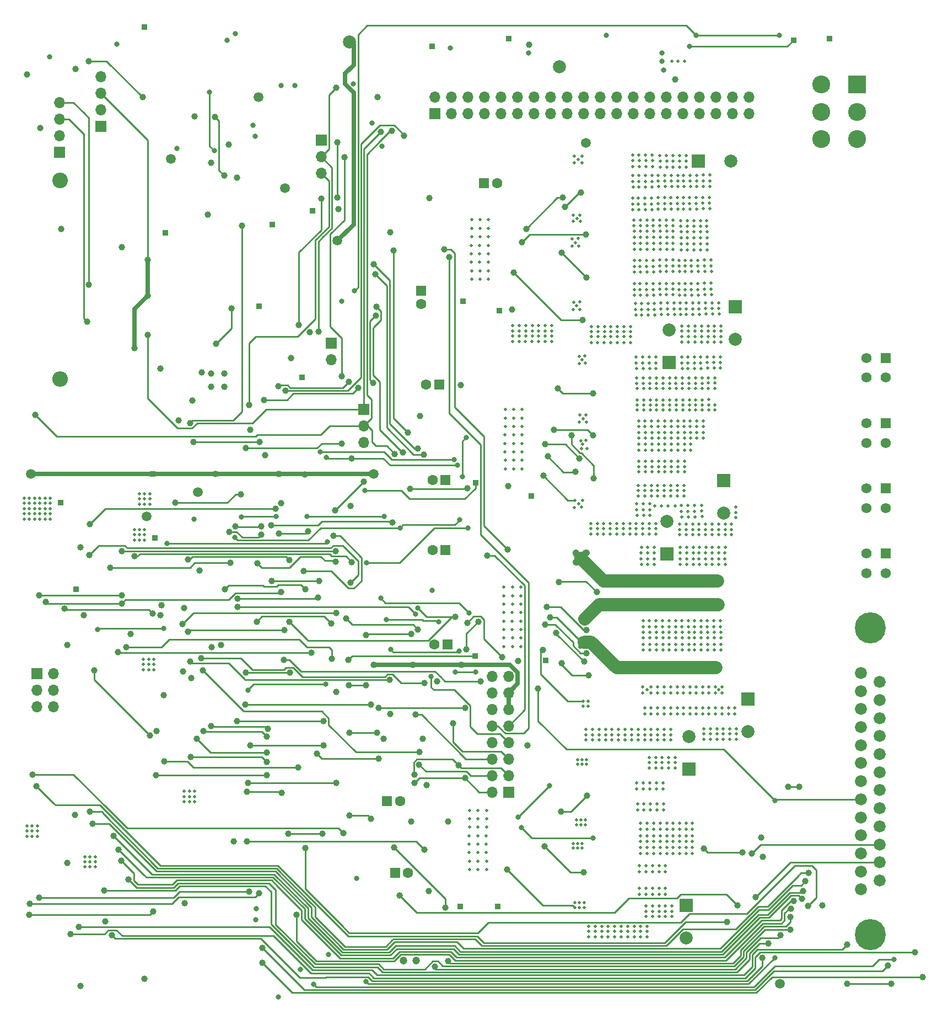
<source format=gbr>
%TF.GenerationSoftware,KiCad,Pcbnew,6.0.6+dfsg-1~bpo11+1*%
%TF.CreationDate,2022-11-12T15:23:50-08:00*%
%TF.ProjectId,BuildboticsController,4275696c-6462-46f7-9469-6373436f6e74,rev?*%
%TF.SameCoordinates,Original*%
%TF.FileFunction,Copper,L3,Inr*%
%TF.FilePolarity,Positive*%
%FSLAX46Y46*%
G04 Gerber Fmt 4.6, Leading zero omitted, Abs format (unit mm)*
G04 Created by KiCad (PCBNEW 6.0.6+dfsg-1~bpo11+1) date 2022-11-12 15:23:50*
%MOMM*%
%LPD*%
G01*
G04 APERTURE LIST*
%TA.AperFunction,ComponentPad*%
%ADD10R,1.700000X1.700000*%
%TD*%
%TA.AperFunction,ComponentPad*%
%ADD11O,1.700000X1.700000*%
%TD*%
%TA.AperFunction,ComponentPad*%
%ADD12R,0.850000X0.850000*%
%TD*%
%TA.AperFunction,ComponentPad*%
%ADD13C,0.499999*%
%TD*%
%TA.AperFunction,ComponentPad*%
%ADD14R,1.600000X1.600000*%
%TD*%
%TA.AperFunction,ComponentPad*%
%ADD15C,1.600000*%
%TD*%
%TA.AperFunction,ComponentPad*%
%ADD16R,2.000000X2.000000*%
%TD*%
%TA.AperFunction,ComponentPad*%
%ADD17C,2.000000*%
%TD*%
%TA.AperFunction,ComponentPad*%
%ADD18C,1.200000*%
%TD*%
%TA.AperFunction,ComponentPad*%
%ADD19R,2.750000X2.750000*%
%TD*%
%TA.AperFunction,ComponentPad*%
%ADD20C,2.750000*%
%TD*%
%TA.AperFunction,ComponentPad*%
%ADD21C,2.400000*%
%TD*%
%TA.AperFunction,ComponentPad*%
%ADD22O,2.400000X2.400000*%
%TD*%
%TA.AperFunction,ComponentPad*%
%ADD23C,4.770000*%
%TD*%
%TA.AperFunction,ComponentPad*%
%ADD24C,1.830000*%
%TD*%
%TA.AperFunction,ComponentPad*%
%ADD25R,1.570000X1.570000*%
%TD*%
%TA.AperFunction,ComponentPad*%
%ADD26C,1.570000*%
%TD*%
%TA.AperFunction,ViaPad*%
%ADD27C,1.000000*%
%TD*%
%TA.AperFunction,ViaPad*%
%ADD28C,0.500000*%
%TD*%
%TA.AperFunction,ViaPad*%
%ADD29C,1.500000*%
%TD*%
%TA.AperFunction,ViaPad*%
%ADD30C,0.800000*%
%TD*%
%TA.AperFunction,ViaPad*%
%ADD31C,2.000000*%
%TD*%
%TA.AperFunction,Conductor*%
%ADD32C,0.250000*%
%TD*%
%TA.AperFunction,Conductor*%
%ADD33C,0.650000*%
%TD*%
%TA.AperFunction,Conductor*%
%ADD34C,1.000000*%
%TD*%
%TA.AperFunction,Conductor*%
%ADD35C,2.000000*%
%TD*%
G04 APERTURE END LIST*
D10*
%TO.N,/Microprocessor/serial_cts*%
%TO.C,J11*%
X67900000Y-41375000D03*
D11*
%TO.N,/Microprocessor/serial_rx*%
X67900000Y-43915000D03*
%TO.N,/Microprocessor/serial_tx*%
X67900000Y-46455000D03*
%TD*%
D12*
%TO.N,GND*%
%TO.C,TP13*%
X42400000Y-102370000D03*
%TD*%
%TO.N,Net-(C16-Pad1)*%
%TO.C,TP8*%
X58380000Y-66800000D03*
%TD*%
%TO.N,/Power Supply/Vdd*%
%TO.C,TP3*%
X60386000Y-54290000D03*
%TD*%
D10*
%TO.N,/Microprocessor/sda*%
%TO.C,J12*%
X74500000Y-82675000D03*
D11*
%TO.N,/Microprocessor/scl*%
X74500000Y-85215000D03*
%TO.N,GND*%
X74500000Y-87755000D03*
%TD*%
D13*
%TO.N,GND*%
%TO.C,U9*%
X96000000Y-112550000D03*
X95950000Y-115150001D03*
X96000000Y-119050000D03*
X98550000Y-113850000D03*
X97250000Y-113850000D03*
X97300000Y-119050000D03*
X95950000Y-116450001D03*
X97300000Y-112550000D03*
X95950000Y-113850000D03*
X98600000Y-109949999D03*
X98600000Y-119050000D03*
X98600000Y-117750000D03*
X96000000Y-111250000D03*
X97250000Y-115150001D03*
X98600000Y-112550000D03*
X97300000Y-111250000D03*
X98550000Y-116450001D03*
X98600000Y-111250000D03*
X96000000Y-109949999D03*
X97300000Y-117750000D03*
X97300000Y-109949999D03*
X98550000Y-115150001D03*
X97250000Y-116450001D03*
X96000000Y-117750000D03*
%TD*%
D12*
%TO.N,Net-(TP6-Pad1)*%
%TO.C,TP6*%
X40750000Y-24000000D03*
%TD*%
D13*
%TO.N,Net-(U8-Pad13)*%
%TO.C,U8*%
X121749999Y-29250000D03*
X122750000Y-29275400D03*
X123750001Y-29250000D03*
%TD*%
D10*
%TO.N,unconnected-(J10-Pad1)*%
%TO.C,J10*%
X85370000Y-37270000D03*
D11*
%TO.N,+5V*%
X85370000Y-34730000D03*
%TO.N,/Microprocessor/sda*%
X87910000Y-37270000D03*
%TO.N,+5V*%
X87910000Y-34730000D03*
%TO.N,/Microprocessor/scl*%
X90450000Y-37270000D03*
%TO.N,GND*%
X90450000Y-34730000D03*
%TO.N,/Power Supply/pwr_tx*%
X92990000Y-37270000D03*
%TO.N,/Microprocessor/serial_rx*%
X92990000Y-34730000D03*
%TO.N,GND*%
X95530000Y-37270000D03*
%TO.N,/Microprocessor/serial_tx*%
X95530000Y-34730000D03*
%TO.N,unconnected-(J10-Pad11)*%
X98070000Y-37270000D03*
%TO.N,unconnected-(J10-Pad12)*%
X98070000Y-34730000D03*
%TO.N,/Microprocessor/reset*%
X100610000Y-37270000D03*
%TO.N,GND*%
X100610000Y-34730000D03*
%TO.N,unconnected-(J10-Pad15)*%
X103150000Y-37270000D03*
%TO.N,/Microprocessor/pdi*%
X103150000Y-34730000D03*
%TO.N,unconnected-(J10-Pad17)*%
X105690000Y-37270000D03*
%TO.N,unconnected-(J10-Pad18)*%
X105690000Y-34730000D03*
%TO.N,unconnected-(J10-Pad19)*%
X108230000Y-37270000D03*
%TO.N,unconnected-(J10-Pad20)*%
X108230000Y-34730000D03*
%TO.N,unconnected-(J10-Pad21)*%
X110770000Y-37270000D03*
%TO.N,unconnected-(J10-Pad22)*%
X110770000Y-34730000D03*
%TO.N,unconnected-(J10-Pad23)*%
X113310000Y-37270000D03*
%TO.N,unconnected-(J10-Pad24)*%
X113310000Y-34730000D03*
%TO.N,GND*%
X115850000Y-37270000D03*
%TO.N,unconnected-(J10-Pad26)*%
X115850000Y-34730000D03*
%TO.N,unconnected-(J10-Pad27)*%
X118390000Y-37270000D03*
%TO.N,unconnected-(J10-Pad28)*%
X118390000Y-34730000D03*
%TO.N,/Power Supply/pwr_rx*%
X120930000Y-37270000D03*
%TO.N,GND*%
X120930000Y-34730000D03*
%TO.N,unconnected-(J10-Pad31)*%
X123470000Y-37270000D03*
%TO.N,unconnected-(J10-Pad32)*%
X123470000Y-34730000D03*
%TO.N,unconnected-(J10-Pad33)*%
X126010000Y-37270000D03*
%TO.N,GND*%
X126010000Y-34730000D03*
%TO.N,unconnected-(J10-Pad35)*%
X128550000Y-37270000D03*
%TO.N,/Microprocessor/serial_cts*%
X128550000Y-34730000D03*
%TO.N,unconnected-(J10-Pad37)*%
X131090000Y-37270000D03*
%TO.N,unconnected-(J10-Pad38)*%
X131090000Y-34730000D03*
%TO.N,GND*%
X133630000Y-37270000D03*
%TO.N,unconnected-(J10-Pad40)*%
X133630000Y-34730000D03*
%TD*%
D14*
%TO.N,Vs*%
%TO.C,C58*%
X86035113Y-78870000D03*
D15*
%TO.N,GND*%
X84035113Y-78870000D03*
%TD*%
D12*
%TO.N,/Power Supply/Vin*%
%TO.C,TP14*%
X146000000Y-25750000D03*
%TD*%
D16*
%TO.N,Vs*%
%TO.C,C55*%
X129750000Y-93632323D03*
D17*
%TO.N,GND*%
X129750000Y-98632323D03*
%TD*%
D16*
%TO.N,Vs*%
%TO.C,C66*%
X131550000Y-66910000D03*
D17*
%TO.N,GND*%
X131550000Y-71910000D03*
%TD*%
D10*
%TO.N,/Microprocessor/pdi*%
%TO.C,J4*%
X24250000Y-123250000D03*
D11*
%TO.N,+3.3V*%
X26790000Y-123250000D03*
%TO.N,unconnected-(J4-Pad3)*%
X24250000Y-125790000D03*
%TO.N,unconnected-(J4-Pad4)*%
X26790000Y-125790000D03*
%TO.N,/Microprocessor/reset*%
X24250000Y-128330000D03*
%TO.N,GND*%
X26790000Y-128330000D03*
%TD*%
D12*
%TO.N,Net-(R58-Pad2)*%
%TO.C,TP21*%
X89700000Y-66100000D03*
%TD*%
%TO.N,Net-(Q5-Pad1)*%
%TO.C,TP4*%
X85000000Y-27000000D03*
%TD*%
D16*
%TO.N,Vs*%
%TO.C,C2*%
X124000000Y-158750000D03*
D17*
%TO.N,GND*%
X124000000Y-163750000D03*
%TD*%
D12*
%TO.N,Net-(R42-Pad2)*%
%TO.C,TP17*%
X91550000Y-120500000D03*
%TD*%
D10*
%TO.N,unconnected-(J6-Pad1)*%
%TO.C,J6*%
X96700000Y-141400000D03*
D11*
%TO.N,/MotorDriver0/enable*%
X94160000Y-141400000D03*
%TO.N,/Microprocessor/step_0*%
X96700000Y-138860000D03*
%TO.N,/Microprocessor/dir_0*%
X94160000Y-138860000D03*
%TO.N,/Microprocessor/step_1*%
X96700000Y-136320000D03*
%TO.N,/Microprocessor/dir_1*%
X94160000Y-136320000D03*
%TO.N,/Microprocessor/step_2*%
X96700000Y-133780000D03*
%TO.N,/Microprocessor/dir_2*%
X94160000Y-133780000D03*
%TO.N,/Microprocessor/step_3*%
X96700000Y-131240000D03*
%TO.N,/Microprocessor/dir_3*%
X94160000Y-131240000D03*
%TO.N,+5V*%
X96700000Y-128700000D03*
%TO.N,GND*%
X94160000Y-128700000D03*
%TO.N,+5V*%
X96700000Y-126160000D03*
%TO.N,GND*%
X94160000Y-126160000D03*
%TO.N,/Peripherals/spin_0to10*%
X96700000Y-123620000D03*
%TO.N,GND*%
X94160000Y-123620000D03*
%TD*%
D16*
%TO.N,Vs*%
%TO.C,C44*%
X133500000Y-127132323D03*
D17*
%TO.N,GND*%
X133500000Y-132132323D03*
%TD*%
D12*
%TO.N,Net-(Q5-Pad4)*%
%TO.C,TP2*%
X96750000Y-25750000D03*
%TD*%
%TO.N,Net-(TP12-Pad1)*%
%TO.C,TP12*%
X30250000Y-110250000D03*
%TD*%
D14*
%TO.N,Vs*%
%TO.C,C68*%
X92958888Y-47940000D03*
D15*
%TO.N,GND*%
X94958888Y-47940000D03*
%TD*%
D18*
%TO.N,Vs*%
%TO.C,C93*%
X82522000Y-167282000D03*
%TO.N,GND*%
X80522000Y-167282000D03*
%TD*%
D14*
%TO.N,Vs*%
%TO.C,C46*%
X87340000Y-118750000D03*
D15*
%TO.N,GND*%
X85340000Y-118750000D03*
%TD*%
D19*
%TO.N,/Power Supply/Vin*%
%TO.C,J2*%
X150250000Y-32800000D03*
D20*
X150250000Y-37000000D03*
X150250000Y-41200000D03*
%TO.N,GND*%
X144750000Y-32800000D03*
X144750000Y-37000000D03*
X144750000Y-41200000D03*
%TD*%
D16*
%TO.N,Vs*%
%TO.C,C56*%
X121340000Y-75440000D03*
D17*
%TO.N,GND*%
X121340000Y-70440000D03*
%TD*%
D12*
%TO.N,Net-(R50-Pad2)*%
%TO.C,TP19*%
X91620000Y-93900000D03*
%TD*%
D14*
%TO.N,Vs*%
%TO.C,C67*%
X83240000Y-64490000D03*
D15*
%TO.N,GND*%
X83240000Y-66490000D03*
%TD*%
D12*
%TO.N,Net-(C43-Pad1)*%
%TO.C,TP18*%
X102400000Y-121200000D03*
%TD*%
D21*
%TO.N,Vs*%
%TO.C,R25*%
X27800000Y-47555000D03*
D22*
%TO.N,Net-(Q8-Pad4)*%
X27800000Y-78035000D03*
%TD*%
D12*
%TO.N,Net-(C64-Pad1)*%
%TO.C,TP22*%
X95270000Y-67540000D03*
%TD*%
%TO.N,Net-(C54-Pad1)*%
%TO.C,TP20*%
X100160000Y-95940000D03*
%TD*%
%TO.N,+5V*%
%TO.C,TP11*%
X42000000Y-92600000D03*
%TD*%
%TO.N,Net-(C1-Pad1)*%
%TO.C,TP16*%
X95000000Y-159000000D03*
%TD*%
D23*
%TO.N,GND*%
%TO.C,J5*%
X152250000Y-116230000D03*
X152250000Y-163270000D03*
D24*
%TO.N,/Microprocessor/out_1*%
X150830000Y-156370000D03*
%TO.N,/Microprocessor/out_2*%
X150830000Y-153600000D03*
%TO.N,/Microprocessor/in_3*%
X150830000Y-150830000D03*
%TO.N,/Microprocessor/in_4*%
X150830000Y-148060000D03*
%TO.N,/Microprocessor/in_5*%
X150830000Y-145290000D03*
%TO.N,/Peripherals/spin_0to10*%
X150830000Y-142520000D03*
%TO.N,GND*%
X150830000Y-139750000D03*
%TO.N,/Microprocessor/in_8*%
X150830000Y-136980000D03*
%TO.N,/Microprocessor/in_9*%
X150830000Y-134210000D03*
%TO.N,/Microprocessor/in_10*%
X150830000Y-131440000D03*
%TO.N,/Microprocessor/in_11*%
X150830000Y-128670000D03*
%TO.N,/Microprocessor/in_12*%
X150830000Y-125900000D03*
%TO.N,/Peripherals/rs485-*%
X150830000Y-123130000D03*
%TO.N,/Peripherals/rs485+*%
X153670000Y-154985000D03*
%TO.N,/Microprocessor/out_15*%
X153670000Y-152215000D03*
%TO.N,/Microprocessor/out_16*%
X153670000Y-149445000D03*
%TO.N,/Microprocessor/spin_pwm*%
X153670000Y-146675000D03*
%TO.N,/Microprocessor/analog_2*%
X153670000Y-143905000D03*
%TO.N,GND*%
X153670000Y-141135000D03*
%TO.N,+5V*%
X153670000Y-138365000D03*
%TO.N,/Microprocessor/out_21*%
X153670000Y-135595000D03*
%TO.N,/Microprocessor/in_22*%
X153670000Y-132825000D03*
%TO.N,/Microprocessor/in_23*%
X153670000Y-130055000D03*
%TO.N,/Microprocessor/analog_1*%
X153670000Y-127285000D03*
%TO.N,GND*%
X153670000Y-124515000D03*
%TD*%
D10*
%TO.N,GND*%
%TO.C,J13*%
X27750000Y-43250000D03*
D11*
%TO.N,+5V*%
X27750000Y-40710000D03*
%TO.N,/Raspberry Pi/5V_sda*%
X27750000Y-38170000D03*
%TO.N,/Raspberry Pi/5V_scl*%
X27750000Y-35630000D03*
%TD*%
D14*
%TO.N,Vs*%
%TO.C,C4*%
X79244888Y-153800000D03*
D15*
%TO.N,GND*%
X81244888Y-153800000D03*
%TD*%
D25*
%TO.N,Net-(J8-Pad1)*%
%TO.C,J8*%
X154679999Y-84800000D03*
D26*
%TO.N,Net-(J8-Pad2)*%
X151679999Y-84800000D03*
%TO.N,Net-(J8-Pad3)*%
X151679999Y-87800000D03*
%TO.N,Net-(J8-Pad4)*%
X154679999Y-87800000D03*
%TD*%
D14*
%TO.N,Vs*%
%TO.C,C57*%
X87005112Y-93510000D03*
D15*
%TO.N,GND*%
X85005112Y-93510000D03*
%TD*%
D25*
%TO.N,Net-(J9-Pad1)*%
%TO.C,J9*%
X154679999Y-74800000D03*
D26*
%TO.N,Net-(J9-Pad2)*%
X151679999Y-74800000D03*
%TO.N,Net-(J9-Pad3)*%
X151679999Y-77800000D03*
%TO.N,Net-(J9-Pad4)*%
X154679999Y-77800000D03*
%TD*%
D13*
%TO.N,GND*%
%TO.C,U1*%
X91950000Y-148100000D03*
X93250000Y-149400001D03*
X93250000Y-150700001D03*
X90650000Y-150700001D03*
X90700000Y-145500000D03*
X93300000Y-145500000D03*
X92000000Y-145500000D03*
X90700000Y-152000000D03*
X90700000Y-153300000D03*
X90650000Y-148100000D03*
X92000000Y-144199999D03*
X92000000Y-146800000D03*
X93300000Y-152000000D03*
X92000000Y-152000000D03*
X91950000Y-149400001D03*
X90700000Y-144199999D03*
X91950000Y-150700001D03*
X92000000Y-153300000D03*
X93300000Y-144199999D03*
X90650000Y-149400001D03*
X93300000Y-153300000D03*
X90700000Y-146800000D03*
X93250000Y-148100000D03*
X93300000Y-146800000D03*
%TD*%
D10*
%TO.N,/Power Supply/en*%
%TO.C,J3*%
X69500000Y-72500000D03*
D11*
%TO.N,Net-(J3-Pad2)*%
X69500000Y-75040000D03*
%TD*%
D25*
%TO.N,Net-(J7-Pad1)*%
%TO.C,J7*%
X154679999Y-94800000D03*
D26*
%TO.N,Net-(J7-Pad2)*%
X151679999Y-94800000D03*
%TO.N,Net-(J7-Pad3)*%
X151679999Y-97800000D03*
%TO.N,Net-(J7-Pad4)*%
X154679999Y-97800000D03*
%TD*%
D16*
%TO.N,Vs*%
%TO.C,C45*%
X121050000Y-104850000D03*
D17*
%TO.N,GND*%
X121050000Y-99850000D03*
%TD*%
D14*
%TO.N,Vs*%
%TO.C,C47*%
X87015112Y-104290000D03*
D15*
%TO.N,GND*%
X85015112Y-104290000D03*
%TD*%
D12*
%TO.N,Net-(TP1-Pad1)*%
%TO.C,TP1*%
X140500000Y-26000000D03*
%TD*%
%TO.N,+3.3V*%
%TO.C,TP10*%
X27900000Y-97000000D03*
%TD*%
D16*
%TO.N,Vs*%
%TO.C,C3*%
X124400000Y-137867677D03*
D17*
%TO.N,GND*%
X124400000Y-132867677D03*
%TD*%
D12*
%TO.N,Net-(C18-Pad2)*%
%TO.C,TP9*%
X65000000Y-77800000D03*
%TD*%
D25*
%TO.N,Net-(J1-Pad1)*%
%TO.C,J1*%
X154679999Y-104800000D03*
D26*
%TO.N,Net-(J1-Pad2)*%
X151679999Y-104800000D03*
%TO.N,Net-(J1-Pad3)*%
X151679999Y-107800000D03*
%TO.N,Net-(J1-Pad4)*%
X154679999Y-107800000D03*
%TD*%
D14*
%TO.N,Vs*%
%TO.C,C5*%
X78014888Y-142780000D03*
D15*
%TO.N,GND*%
X80014888Y-142780000D03*
%TD*%
D12*
%TO.N,Vs*%
%TO.C,TP5*%
X66560000Y-52190000D03*
%TD*%
%TO.N,Net-(Q7-Pad3)*%
%TO.C,TP7*%
X44000000Y-55600000D03*
%TD*%
D13*
%TO.N,GND*%
%TO.C,U12*%
X91030000Y-54890000D03*
X92280000Y-57490000D03*
X92330000Y-56190000D03*
X93580000Y-58790001D03*
X92280000Y-58790001D03*
X92330000Y-53589999D03*
X93630000Y-54890000D03*
X93580000Y-60090001D03*
X90980000Y-57490000D03*
X93630000Y-53589999D03*
X91030000Y-61390000D03*
X93630000Y-61390000D03*
X93630000Y-62690000D03*
X91030000Y-53589999D03*
X90980000Y-58790001D03*
X92330000Y-62690000D03*
X92330000Y-61390000D03*
X93630000Y-56190000D03*
X93580000Y-57490000D03*
X92280000Y-60090001D03*
X92330000Y-54890000D03*
X91030000Y-62690000D03*
X90980000Y-60090001D03*
X91030000Y-56190000D03*
%TD*%
%TO.N,GND*%
%TO.C,U11*%
X98800000Y-82699999D03*
X97500000Y-90500000D03*
X98800000Y-84000000D03*
X96200000Y-91800000D03*
X96200000Y-85300000D03*
X96150000Y-87900001D03*
X96150000Y-86600000D03*
X98750000Y-86600000D03*
X97450000Y-87900001D03*
X97450000Y-89200001D03*
X98750000Y-89200001D03*
X98800000Y-85300000D03*
X97450000Y-86600000D03*
X97500000Y-85300000D03*
X97500000Y-91800000D03*
X97500000Y-84000000D03*
X98750000Y-87900001D03*
X98800000Y-90500000D03*
X96200000Y-82699999D03*
X98800000Y-91800000D03*
X96200000Y-84000000D03*
X96150000Y-89200001D03*
X97500000Y-82699999D03*
X96200000Y-90500000D03*
%TD*%
D16*
%TO.N,Vs*%
%TO.C,C65*%
X125832323Y-44600000D03*
D17*
%TO.N,GND*%
X130832323Y-44600000D03*
%TD*%
D10*
%TO.N,GND*%
%TO.C,J14*%
X34100000Y-39280000D03*
D11*
%TO.N,/Power Supply/pwr_rx*%
X34100000Y-36740000D03*
%TO.N,+3.3V*%
X34100000Y-34200000D03*
%TO.N,/Power Supply/pwr_tx*%
X34100000Y-31660000D03*
%TD*%
D12*
%TO.N,Net-(R7-Pad2)*%
%TO.C,TP15*%
X89300000Y-159000000D03*
%TD*%
D27*
%TO.N,Net-(Q1-Pad4)*%
X108750000Y-141980000D03*
X104790000Y-144400000D03*
D28*
%TO.N,Vs*%
X124600000Y-129400000D03*
X124980000Y-66360000D03*
X118400000Y-118700000D03*
X117730000Y-87090000D03*
X117800000Y-45400000D03*
X122180000Y-68110000D03*
X120000000Y-146200000D03*
X124400000Y-117750000D03*
X130000000Y-103800000D03*
X119000000Y-57200000D03*
X118800000Y-158900000D03*
X123000000Y-150800000D03*
X120300000Y-136900000D03*
X121730000Y-88940000D03*
X128990000Y-66300000D03*
X124900000Y-148100000D03*
X118600000Y-129400000D03*
X129000000Y-106450000D03*
X118000000Y-150800000D03*
X118000000Y-146200000D03*
X126200000Y-57300000D03*
X124000000Y-148100000D03*
X124030000Y-68110000D03*
X125580000Y-84440000D03*
X129280000Y-76340000D03*
X128000000Y-103800000D03*
X128500000Y-128500000D03*
X118050000Y-105600000D03*
X119050000Y-105600000D03*
X117170000Y-68170000D03*
X123050000Y-105600000D03*
X127990000Y-66300000D03*
X116950000Y-53600000D03*
X123080000Y-67260000D03*
X116730000Y-88040000D03*
X124400000Y-119600000D03*
X119050000Y-104700000D03*
X118000000Y-57200000D03*
X123000000Y-45500000D03*
X123320000Y-75550000D03*
X119730000Y-86190000D03*
X122000000Y-148100000D03*
X117000000Y-146200000D03*
X118000000Y-149000000D03*
X123730000Y-86190000D03*
X118300000Y-137700000D03*
X127200000Y-58200000D03*
X120000000Y-57200000D03*
X120130000Y-67260000D03*
X119300000Y-136900000D03*
X118750000Y-43650000D03*
X117400000Y-117750000D03*
X117800000Y-158900000D03*
X120000000Y-150800000D03*
X117400000Y-118700000D03*
X124900000Y-149900000D03*
X119370000Y-76400000D03*
X117600000Y-128500000D03*
X127990000Y-67200000D03*
X127500000Y-129400000D03*
X117950000Y-53600000D03*
X119000000Y-146200000D03*
X129300000Y-118700000D03*
X125980000Y-67260000D03*
X121000000Y-58100000D03*
X117680000Y-84440000D03*
X121300000Y-137700000D03*
X126300000Y-118700000D03*
X124350000Y-116000000D03*
X119000000Y-55350000D03*
X117320000Y-75550000D03*
X117100000Y-106450000D03*
X121950000Y-54500000D03*
X119950000Y-43750000D03*
X127200000Y-56350000D03*
X124630000Y-88940000D03*
X125300000Y-119600000D03*
X115800000Y-45400000D03*
X124900000Y-146200000D03*
X124260000Y-98300000D03*
X126990000Y-66300000D03*
X117800000Y-160500000D03*
X122000000Y-150800000D03*
X122400000Y-118700000D03*
X120600000Y-129400000D03*
X126950000Y-104700000D03*
X116680000Y-84440000D03*
X119320000Y-75550000D03*
X128040000Y-68050000D03*
X125220000Y-74650000D03*
X123600000Y-128500000D03*
X123730000Y-87090000D03*
X121300000Y-136900000D03*
X125100000Y-106450000D03*
X119320000Y-74650000D03*
X118100000Y-103800000D03*
X117950000Y-54500000D03*
X124630000Y-86190000D03*
X121130000Y-66360000D03*
X121180000Y-68110000D03*
X119800000Y-159700000D03*
X120350000Y-116000000D03*
X124630000Y-88040000D03*
X117600000Y-129400000D03*
X116390000Y-97170000D03*
X121000000Y-146200000D03*
D29*
X62355000Y-48755000D03*
D28*
X128950000Y-104700000D03*
X118370000Y-76400000D03*
X115750000Y-43650000D03*
X125250000Y-116000000D03*
X122000000Y-58100000D03*
X125200000Y-58200000D03*
X122000000Y-44600000D03*
X122400000Y-117750000D03*
X117120000Y-66420000D03*
X128300000Y-119600000D03*
X121000000Y-149000000D03*
X126200000Y-58200000D03*
X118320000Y-74650000D03*
X124270000Y-76400000D03*
X128000000Y-106450000D03*
X121600000Y-128500000D03*
X126300000Y-117750000D03*
X120000000Y-58100000D03*
X116950000Y-54500000D03*
X127500000Y-128500000D03*
X123050000Y-104700000D03*
X122300000Y-136100000D03*
X118050000Y-104700000D03*
X121800000Y-159700000D03*
X124100000Y-106450000D03*
X125200000Y-57300000D03*
X123980000Y-66360000D03*
X117730000Y-88940000D03*
X127200000Y-55450000D03*
X124050000Y-104700000D03*
X122000000Y-56250000D03*
X119800000Y-158900000D03*
X120600000Y-128500000D03*
X117120000Y-67320000D03*
X120800000Y-158900000D03*
X127300000Y-116850000D03*
X122350000Y-115100000D03*
X119000000Y-58100000D03*
X120000000Y-44600000D03*
X121350000Y-115100000D03*
X118320000Y-75550000D03*
X129230000Y-75490000D03*
X124900000Y-150800000D03*
X120300000Y-136100000D03*
X118680000Y-85340000D03*
X123730000Y-88040000D03*
X125250000Y-115100000D03*
X119730000Y-88940000D03*
X129950000Y-104700000D03*
X120680000Y-85340000D03*
X125300000Y-118700000D03*
X120000000Y-55350000D03*
X126050000Y-103850000D03*
X121400000Y-117750000D03*
X120730000Y-88940000D03*
X117370000Y-76400000D03*
X117730000Y-86190000D03*
X121680000Y-84440000D03*
X127280000Y-76340000D03*
X122400000Y-119600000D03*
X130500000Y-128500000D03*
X125050000Y-105600000D03*
X124200000Y-57300000D03*
X119000000Y-56250000D03*
X124400000Y-118700000D03*
X118800000Y-45400000D03*
X118730000Y-87090000D03*
X123200000Y-55450000D03*
X116440000Y-98920000D03*
X121950000Y-53600000D03*
X116320000Y-75550000D03*
X129000000Y-103800000D03*
X125050000Y-104700000D03*
X118950000Y-53600000D03*
X122400000Y-116850000D03*
X126200000Y-56350000D03*
X129300000Y-119600000D03*
X120000000Y-149900000D03*
X126630000Y-87090000D03*
X128950000Y-105600000D03*
X118730000Y-86190000D03*
X122300000Y-137700000D03*
X119680000Y-85340000D03*
X122730000Y-87090000D03*
X129500000Y-129400000D03*
X117000000Y-55350000D03*
X117800000Y-44500000D03*
X120180000Y-68110000D03*
X126580000Y-84440000D03*
X121400000Y-119600000D03*
X116270000Y-68170000D03*
X125260000Y-98300000D03*
X117750000Y-43650000D03*
X116220000Y-67320000D03*
X121000000Y-149900000D03*
X119200000Y-97520000D03*
X118170000Y-68170000D03*
X129040000Y-68050000D03*
X123350000Y-116000000D03*
X121000000Y-56250000D03*
X116800000Y-44500000D03*
X119120000Y-67320000D03*
X117000000Y-57200000D03*
X118000000Y-147100000D03*
X118400000Y-119600000D03*
X119400000Y-117750000D03*
X119000000Y-150800000D03*
X117000000Y-150800000D03*
X119350000Y-116000000D03*
X124000000Y-147100000D03*
X128300000Y-118700000D03*
X118300000Y-136100000D03*
X123260000Y-97400000D03*
X122730000Y-86190000D03*
X124400000Y-116850000D03*
X120200000Y-97520000D03*
X116220000Y-66420000D03*
X119100000Y-103800000D03*
X121200000Y-97520000D03*
X116800000Y-45400000D03*
X128990000Y-67200000D03*
X128280000Y-76340000D03*
X117390000Y-98070000D03*
X120800000Y-160500000D03*
X117800000Y-159700000D03*
X121730000Y-87090000D03*
X118390000Y-97170000D03*
X122000000Y-146200000D03*
X123000000Y-147100000D03*
X125050000Y-103850000D03*
X128230000Y-74590000D03*
X118000000Y-149900000D03*
X116370000Y-76400000D03*
X130500000Y-129400000D03*
X116730000Y-87090000D03*
X116750000Y-43650000D03*
X127300000Y-119600000D03*
X126030000Y-68110000D03*
X123400000Y-118700000D03*
X131400000Y-129400000D03*
X121130000Y-67260000D03*
X120950000Y-53600000D03*
X125260000Y-97400000D03*
X124600000Y-128500000D03*
X122680000Y-84440000D03*
X124000000Y-149900000D03*
X119950000Y-53600000D03*
X121730000Y-86190000D03*
X126580000Y-85340000D03*
X128500000Y-129400000D03*
X121400000Y-116850000D03*
X117730000Y-88040000D03*
X125630000Y-87090000D03*
X117440000Y-98920000D03*
X131400000Y-128500000D03*
X117000000Y-58100000D03*
X128300000Y-116850000D03*
X117390000Y-97170000D03*
X125500000Y-129400000D03*
X117350000Y-116000000D03*
X121800000Y-158900000D03*
X123100000Y-106450000D03*
X117320000Y-74650000D03*
X118000000Y-58100000D03*
D27*
X87400000Y-145925499D03*
D28*
X118390000Y-98070000D03*
X117050000Y-104700000D03*
X126630000Y-86190000D03*
X122310000Y-97490000D03*
X118730000Y-88940000D03*
X120350000Y-115100000D03*
X117400000Y-119600000D03*
X126000000Y-106450000D03*
X118000000Y-56250000D03*
X124260000Y-97400000D03*
X118600000Y-128500000D03*
X121000000Y-55350000D03*
X118120000Y-66420000D03*
D27*
X84100000Y-140300000D03*
D28*
X122000000Y-45500000D03*
X124580000Y-85340000D03*
X123200000Y-56350000D03*
X118100000Y-106450000D03*
X118950000Y-54500000D03*
X125580000Y-85340000D03*
X115800000Y-44500000D03*
X125950000Y-104700000D03*
X116000000Y-55350000D03*
X126370000Y-98270000D03*
X122600000Y-128500000D03*
X130000000Y-106450000D03*
X125220000Y-75550000D03*
X123680000Y-84440000D03*
X118730000Y-88040000D03*
X122730000Y-88040000D03*
X120300000Y-137700000D03*
X115950000Y-54500000D03*
X127000000Y-106450000D03*
X121400000Y-118700000D03*
X124200000Y-55450000D03*
X127150000Y-53700000D03*
X119170000Y-68170000D03*
X125300000Y-117750000D03*
X126950000Y-105600000D03*
X121800000Y-160500000D03*
X126270000Y-76400000D03*
X129250000Y-115100000D03*
X127250000Y-116000000D03*
X127300000Y-118700000D03*
X116730000Y-86190000D03*
X127950000Y-104700000D03*
X122350000Y-116000000D03*
X119400000Y-118700000D03*
X123680000Y-85340000D03*
X121730000Y-88040000D03*
X120950000Y-54500000D03*
X117000000Y-148100000D03*
X119730000Y-87090000D03*
X119400000Y-116850000D03*
X125270000Y-76400000D03*
X127040000Y-68050000D03*
X126990000Y-67200000D03*
X123000000Y-146200000D03*
X127230000Y-75490000D03*
X118400000Y-117750000D03*
X117000000Y-147100000D03*
X120400000Y-118700000D03*
X126300000Y-116850000D03*
X128250000Y-115100000D03*
X125980000Y-66360000D03*
X119300000Y-137700000D03*
X124200000Y-56350000D03*
X123000000Y-44600000D03*
X124220000Y-74650000D03*
X123600000Y-129400000D03*
X127200000Y-57300000D03*
X120000000Y-45500000D03*
X118350000Y-115100000D03*
X126220000Y-75550000D03*
X116000000Y-56250000D03*
X122950000Y-43750000D03*
X125300000Y-116850000D03*
X124200000Y-58200000D03*
X122130000Y-66360000D03*
X124000000Y-45500000D03*
X127300000Y-117750000D03*
X121000000Y-44600000D03*
X118120000Y-67320000D03*
X119800000Y-160500000D03*
X126150000Y-53700000D03*
X121000000Y-148100000D03*
X121680000Y-85340000D03*
X120730000Y-86190000D03*
X124350000Y-115100000D03*
X126500000Y-129400000D03*
X119350000Y-115100000D03*
X120680000Y-84440000D03*
X129950000Y-105600000D03*
X119300000Y-136100000D03*
X117000000Y-56250000D03*
X123320000Y-74650000D03*
X123980000Y-67260000D03*
X126220000Y-74650000D03*
X124000000Y-146200000D03*
X121000000Y-57200000D03*
X125500000Y-128500000D03*
X120000000Y-147100000D03*
X123150000Y-54600000D03*
X118800000Y-159700000D03*
X123950000Y-43750000D03*
X119000000Y-148100000D03*
X123200000Y-58200000D03*
X123730000Y-88940000D03*
X122730000Y-88940000D03*
X120130000Y-66360000D03*
X126250000Y-116000000D03*
X119680000Y-84440000D03*
X119000000Y-149000000D03*
X125950000Y-105600000D03*
X122000000Y-149900000D03*
X115950000Y-53600000D03*
X123050000Y-103850000D03*
X124900000Y-147100000D03*
X120000000Y-149000000D03*
X124000000Y-44600000D03*
X121950000Y-43750000D03*
X120950000Y-43750000D03*
X118000000Y-148100000D03*
X124310000Y-99150000D03*
X119000000Y-149900000D03*
X123350000Y-115100000D03*
X122000000Y-147100000D03*
X122000000Y-149000000D03*
X123000000Y-149000000D03*
X127000000Y-103800000D03*
X125200000Y-56350000D03*
X118800000Y-160500000D03*
X117350000Y-115100000D03*
X119000000Y-147100000D03*
X123370000Y-76400000D03*
X123400000Y-117750000D03*
X129300000Y-116850000D03*
X117400000Y-116850000D03*
X116320000Y-74650000D03*
X122000000Y-55350000D03*
X120400000Y-117750000D03*
X118350000Y-116000000D03*
X125150000Y-53700000D03*
X129250000Y-116000000D03*
X124630000Y-87090000D03*
X127230000Y-74590000D03*
X118800000Y-44500000D03*
X120800000Y-159700000D03*
X122000000Y-57200000D03*
X119120000Y-66420000D03*
X122680000Y-85340000D03*
X116730000Y-88940000D03*
X117050000Y-105600000D03*
X123000000Y-149900000D03*
X119600000Y-129400000D03*
X119600000Y-128500000D03*
X124050000Y-103850000D03*
X125150000Y-54600000D03*
X122300000Y-136900000D03*
X121000000Y-45500000D03*
X123130000Y-68110000D03*
X125200000Y-55450000D03*
X124980000Y-67260000D03*
X116000000Y-57200000D03*
X117000000Y-149000000D03*
X124150000Y-54600000D03*
X125310000Y-99150000D03*
X128300000Y-117750000D03*
X118440000Y-98920000D03*
X116000000Y-58100000D03*
X121350000Y-116000000D03*
X123400000Y-119600000D03*
X126200000Y-55450000D03*
X127950000Y-105600000D03*
X117000000Y-149900000D03*
X125030000Y-68110000D03*
X124900000Y-149000000D03*
X120400000Y-116850000D03*
X120400000Y-119600000D03*
X116390000Y-98070000D03*
X128250000Y-116000000D03*
X123400000Y-116850000D03*
X117100000Y-103800000D03*
X118400000Y-116850000D03*
X119100000Y-106450000D03*
X119950000Y-54500000D03*
X117680000Y-85340000D03*
X127150000Y-54600000D03*
X118300000Y-136900000D03*
X124220000Y-75550000D03*
X120730000Y-87090000D03*
X118680000Y-84440000D03*
X129500000Y-128500000D03*
X116680000Y-85340000D03*
X126150000Y-54600000D03*
X120000000Y-148100000D03*
X124000000Y-149000000D03*
X122600000Y-129400000D03*
X120000000Y-56250000D03*
X126300000Y-119600000D03*
X128230000Y-75490000D03*
X121000000Y-150800000D03*
X119400000Y-119600000D03*
X121300000Y-136100000D03*
X124050000Y-105600000D03*
X118000000Y-55350000D03*
X123080000Y-66360000D03*
X125630000Y-86190000D03*
X123260000Y-98300000D03*
X126500000Y-128500000D03*
X123000000Y-148100000D03*
X119730000Y-88040000D03*
X129300000Y-117750000D03*
X124150000Y-53700000D03*
X120730000Y-88040000D03*
X127250000Y-115100000D03*
X129230000Y-74590000D03*
X121000000Y-147100000D03*
X123200000Y-57300000D03*
X126370000Y-97370000D03*
X124000000Y-150800000D03*
X122130000Y-67260000D03*
X124580000Y-84440000D03*
X123150000Y-53700000D03*
X121600000Y-129400000D03*
X126250000Y-115100000D03*
X123310000Y-99150000D03*
X126420000Y-99120000D03*
%TO.N,Net-(J1-Pad1)*%
X116400000Y-140900000D03*
X119400000Y-140900000D03*
X117400000Y-140900000D03*
X108700000Y-136400000D03*
X108700000Y-137100000D03*
X120400000Y-140000000D03*
X108000000Y-137100000D03*
X118400000Y-140000000D03*
X107300000Y-136400000D03*
X117400000Y-140000000D03*
X120400000Y-140900000D03*
X118400000Y-140900000D03*
X119400000Y-140000000D03*
X107300000Y-137100000D03*
X108000000Y-136400000D03*
X116400000Y-140000000D03*
%TO.N,Net-(J1-Pad2)*%
X117500000Y-143200000D03*
X107100000Y-146400000D03*
X120500000Y-143200000D03*
X116500000Y-144100000D03*
X107100000Y-145700000D03*
X119500000Y-144100000D03*
X107800000Y-146400000D03*
X108500000Y-146400000D03*
X119500000Y-143200000D03*
X117500000Y-144100000D03*
X120500000Y-144100000D03*
X118500000Y-144100000D03*
X108500000Y-145700000D03*
X107800000Y-145700000D03*
X116500000Y-143200000D03*
X118500000Y-143200000D03*
D27*
%TO.N,Net-(C24-Pad1)*%
X46000000Y-84400000D03*
X48100000Y-81300000D03*
D28*
%TO.N,Net-(J1-Pad4)*%
X106900000Y-158400000D03*
X117800000Y-157100000D03*
X116800000Y-156200000D03*
X116800000Y-157100000D03*
X108300000Y-159100000D03*
X120800000Y-157100000D03*
X106900000Y-159100000D03*
X119800000Y-156200000D03*
X120800000Y-156200000D03*
X107600000Y-158400000D03*
X118800000Y-156200000D03*
X119800000Y-157100000D03*
X108300000Y-158400000D03*
D27*
X96500000Y-153250000D03*
D28*
X117800000Y-156200000D03*
X118800000Y-157100000D03*
X107600000Y-159100000D03*
%TO.N,Net-(J1-Pad3)*%
X107300000Y-150000000D03*
X119800000Y-152700000D03*
X117800000Y-153600000D03*
X118800000Y-153600000D03*
X120800000Y-153600000D03*
X108000000Y-150000000D03*
X118800000Y-152700000D03*
X106600000Y-149300000D03*
X116800000Y-153600000D03*
X119800000Y-153600000D03*
X116800000Y-152700000D03*
X120800000Y-152700000D03*
X107300000Y-149300000D03*
X106600000Y-150000000D03*
X117800000Y-152700000D03*
X108000000Y-149300000D03*
%TO.N,GND*%
X98330000Y-70630000D03*
X126350000Y-70660000D03*
X116600000Y-133400000D03*
D29*
X108600000Y-41800000D03*
D28*
X126350000Y-69860000D03*
X109430000Y-70740000D03*
X109000000Y-162000000D03*
X110600000Y-132600000D03*
X113600000Y-133400000D03*
X126970000Y-101910000D03*
X102330000Y-69830000D03*
D27*
X43350000Y-112750000D03*
D28*
X109430000Y-69940000D03*
X97330000Y-69830000D03*
X111600000Y-131800000D03*
X98330000Y-69830000D03*
X111430000Y-71540000D03*
X114320000Y-101790000D03*
X99330000Y-69830000D03*
X113430000Y-70740000D03*
X129700000Y-132500000D03*
X117320000Y-100190000D03*
X128700000Y-131700000D03*
X110430000Y-69940000D03*
X125970000Y-100310000D03*
X109600000Y-133400000D03*
X129320000Y-72330000D03*
X97330000Y-70630000D03*
X127350000Y-70660000D03*
X125970000Y-101110000D03*
X101330000Y-71430000D03*
X128700000Y-133300000D03*
D27*
X99578200Y-134223800D03*
D28*
X127970000Y-101110000D03*
X111430000Y-70740000D03*
D27*
X43700000Y-126550000D03*
D28*
X120600000Y-131800000D03*
D30*
X26200000Y-28600000D03*
D27*
X81700000Y-145900000D03*
D28*
X115400000Y-72410000D03*
X124350000Y-71460000D03*
X113600000Y-131800000D03*
X128350000Y-70660000D03*
X110430000Y-70740000D03*
D30*
X73340000Y-154620000D03*
D28*
X116320000Y-100990000D03*
X110430000Y-71540000D03*
X115430000Y-69940000D03*
X130970000Y-101110000D03*
X112430000Y-69940000D03*
X128350000Y-69860000D03*
X114000000Y-162800000D03*
X114320000Y-100990000D03*
X121600000Y-131800000D03*
X103330000Y-70630000D03*
X129700000Y-131700000D03*
X114430000Y-71540000D03*
D27*
X30100100Y-144899900D03*
D28*
X125350000Y-71460000D03*
D30*
X69022000Y-166304000D03*
D28*
X112320000Y-100190000D03*
X131610000Y-99290000D03*
D30*
X57750000Y-40750000D03*
D28*
X111000000Y-162000000D03*
D30*
X77250000Y-42250000D03*
D28*
X127350000Y-69860000D03*
X99330000Y-70630000D03*
X128970000Y-100310000D03*
X130970000Y-100310000D03*
D27*
X84516000Y-50266000D03*
X97220000Y-67340000D03*
D29*
X48962500Y-95362500D03*
D28*
X118000000Y-162000000D03*
X117600000Y-132600000D03*
X126970000Y-101110000D03*
X127320000Y-72330000D03*
D30*
X71100000Y-66100000D03*
D28*
X100330000Y-71430000D03*
X112320000Y-100990000D03*
X109320000Y-100190000D03*
X124970000Y-101910000D03*
X109600000Y-132600000D03*
X103330000Y-69830000D03*
X97300000Y-72300000D03*
X119600000Y-131800000D03*
X119600000Y-133400000D03*
X118000000Y-163600000D03*
D27*
X66200000Y-70800000D03*
D28*
X131610000Y-98490000D03*
X130700000Y-133300000D03*
X110320000Y-100990000D03*
X131700000Y-133300000D03*
X127700000Y-133300000D03*
D30*
X64704000Y-168590000D03*
D28*
X111320000Y-100190000D03*
X114320000Y-100190000D03*
X100300000Y-72300000D03*
D27*
X22750000Y-31250000D03*
D28*
X125970000Y-101910000D03*
X118600000Y-133400000D03*
D30*
X84940000Y-110480000D03*
D28*
X112430000Y-70740000D03*
X117320000Y-100990000D03*
X115600000Y-132600000D03*
X124970000Y-101110000D03*
X108600000Y-132600000D03*
D27*
X28900000Y-152300000D03*
D28*
X122970000Y-101910000D03*
X126320000Y-72330000D03*
X116000000Y-163600000D03*
X109000000Y-162800000D03*
D27*
X54462500Y-148962500D03*
D28*
X115320000Y-100990000D03*
D27*
X38650000Y-117100000D03*
D28*
X113430000Y-71540000D03*
X100330000Y-70630000D03*
X113000000Y-162000000D03*
X123350000Y-69860000D03*
X126700000Y-132500000D03*
X119320000Y-100990000D03*
X115430000Y-71540000D03*
X115000000Y-162800000D03*
X112000000Y-162800000D03*
D27*
X126700000Y-150100000D03*
D28*
X114000000Y-163600000D03*
X129350000Y-70660000D03*
X99330000Y-71430000D03*
D27*
X51000000Y-44800000D03*
D28*
X127350000Y-71460000D03*
D30*
X48360000Y-99490000D03*
D28*
X131700000Y-132500000D03*
X109430000Y-71540000D03*
X102330000Y-71430000D03*
X121600000Y-132600000D03*
X130700000Y-132500000D03*
D27*
X70212500Y-126037500D03*
D28*
X112600000Y-131800000D03*
D29*
X44800000Y-44200000D03*
D28*
X109320000Y-101790000D03*
X123970000Y-100310000D03*
D30*
X53500000Y-26000000D03*
D28*
X113000000Y-163600000D03*
X126700000Y-131700000D03*
D30*
X120250000Y-29250000D03*
D28*
X127970000Y-101910000D03*
D27*
X78500000Y-55500000D03*
D28*
X102330000Y-70630000D03*
X130700000Y-131700000D03*
D27*
X85712500Y-124394000D03*
D28*
X113600000Y-132600000D03*
X128320000Y-72330000D03*
X123350000Y-71460000D03*
D30*
X87750000Y-27250000D03*
D28*
X129970000Y-100310000D03*
D27*
X51000000Y-79200000D03*
D28*
X130970000Y-101910000D03*
X127700000Y-131700000D03*
X117000000Y-162000000D03*
D27*
X30900500Y-103798500D03*
X144886200Y-158786200D03*
D28*
X128970000Y-101110000D03*
X119600000Y-132600000D03*
D30*
X36500000Y-26600000D03*
D28*
X114600000Y-132600000D03*
X98330000Y-71430000D03*
X115320000Y-101790000D03*
X121600000Y-133400000D03*
D27*
X59300000Y-89700000D03*
X83500000Y-133250000D03*
X78500000Y-129450000D03*
X53000000Y-77200000D03*
D28*
X123320000Y-72330000D03*
X110320000Y-100190000D03*
X117000000Y-163600000D03*
D27*
X40732750Y-170018750D03*
D28*
X101330000Y-69830000D03*
X116000000Y-162000000D03*
D27*
X46924000Y-158430000D03*
D28*
X123970000Y-101110000D03*
D30*
X57846000Y-160970000D03*
D28*
X99300000Y-72300000D03*
X117600000Y-131800000D03*
X125320000Y-72330000D03*
D27*
X52550000Y-118800000D03*
D28*
X115000000Y-162000000D03*
X114400000Y-72410000D03*
X101300000Y-72300000D03*
D30*
X72853475Y-32678475D03*
D28*
X112430000Y-71540000D03*
X124970000Y-100310000D03*
X118600000Y-131800000D03*
X122970000Y-100310000D03*
D27*
X98200000Y-121300000D03*
X83060000Y-83720000D03*
D28*
X115600000Y-133400000D03*
X120600000Y-132600000D03*
X101330000Y-70630000D03*
X119320000Y-100190000D03*
X108600000Y-131800000D03*
X128700000Y-132500000D03*
X103330000Y-71430000D03*
X111400000Y-72410000D03*
X111320000Y-100990000D03*
X115430000Y-70740000D03*
X129700000Y-133300000D03*
X129970000Y-101110000D03*
X118320000Y-100190000D03*
X124350000Y-69860000D03*
X112400000Y-72410000D03*
X118320000Y-101790000D03*
X129970000Y-101910000D03*
D27*
X77500000Y-133250000D03*
X46900000Y-113150000D03*
D28*
X114430000Y-69940000D03*
D30*
X45800000Y-42600000D03*
D28*
X113000000Y-162800000D03*
X127970000Y-100310000D03*
X110320000Y-101790000D03*
X128970000Y-101910000D03*
X110400000Y-72410000D03*
X125350000Y-69860000D03*
D29*
X41100000Y-99100000D03*
D28*
X122970000Y-101110000D03*
X116320000Y-100190000D03*
X111430000Y-69940000D03*
X109600000Y-131800000D03*
X120600000Y-133400000D03*
X97330000Y-71430000D03*
D27*
X51000000Y-77200000D03*
D28*
X116320000Y-101790000D03*
D27*
X96630000Y-94480000D03*
D28*
X116000000Y-162800000D03*
X103300000Y-72300000D03*
X118600000Y-132600000D03*
X112600000Y-132600000D03*
X112000000Y-163600000D03*
X110000000Y-162800000D03*
X100330000Y-69830000D03*
D27*
X50500000Y-52750000D03*
D28*
X109400000Y-72410000D03*
X114600000Y-131800000D03*
X114600000Y-133400000D03*
X111600000Y-133400000D03*
D27*
X28890000Y-118806000D03*
X47940000Y-123886000D03*
D28*
X114430000Y-70740000D03*
X110600000Y-131800000D03*
X113400000Y-72410000D03*
X113320000Y-100990000D03*
D30*
X57911999Y-159257999D03*
D28*
X126350000Y-71460000D03*
X113430000Y-69940000D03*
X111320000Y-101790000D03*
X110600000Y-133400000D03*
X126700000Y-133300000D03*
X124320000Y-72330000D03*
X109320000Y-100990000D03*
X114000000Y-162000000D03*
X126970000Y-100310000D03*
X123970000Y-101910000D03*
X115000000Y-163600000D03*
X119320000Y-101790000D03*
D27*
X132600000Y-150700000D03*
D28*
X118320000Y-100990000D03*
X117000000Y-162800000D03*
X111000000Y-163600000D03*
X128350000Y-71460000D03*
X112320000Y-101790000D03*
X125350000Y-70660000D03*
X123350000Y-70660000D03*
X108600000Y-133400000D03*
X110000000Y-163600000D03*
X116600000Y-132600000D03*
X111000000Y-162800000D03*
X127700000Y-132500000D03*
D27*
X53000000Y-79200000D03*
D28*
X110000000Y-162000000D03*
X115600000Y-131800000D03*
X111600000Y-132600000D03*
X117600000Y-133400000D03*
X112000000Y-162000000D03*
X115320000Y-100190000D03*
D27*
X57000000Y-85800000D03*
D28*
X118000000Y-162800000D03*
X129350000Y-69860000D03*
D27*
X24750000Y-39500000D03*
D28*
X113320000Y-101790000D03*
X131700000Y-131700000D03*
X112600000Y-133400000D03*
X109000000Y-163600000D03*
X102300000Y-72300000D03*
X117320000Y-101790000D03*
D27*
X84492000Y-156608000D03*
D28*
X129350000Y-71460000D03*
D27*
X34732000Y-161224000D03*
D28*
X113320000Y-100190000D03*
X131610000Y-97690000D03*
X116600000Y-131800000D03*
D27*
X89330000Y-78910000D03*
D28*
X98300000Y-72300000D03*
D27*
X30922000Y-171130000D03*
X70600000Y-51900000D03*
D28*
X124350000Y-70660000D03*
D27*
X61773800Y-97099999D03*
%TO.N,/MotorDriver0/enable*%
X76750000Y-128500000D03*
X90000000Y-139250000D03*
D30*
X90650000Y-113900000D03*
X77075000Y-111645000D03*
D27*
X81250001Y-86249999D03*
X82250000Y-140000000D03*
X79000000Y-58250000D03*
X90000000Y-128500000D03*
D31*
%TO.N,/Power Supply/Vdd*%
X104500000Y-30100000D03*
D29*
X70400000Y-56800000D03*
D31*
X72253975Y-26324500D03*
D27*
%TO.N,Net-(Q3-Pad4)*%
X108250000Y-153750000D03*
X102250000Y-149750000D03*
D30*
%TO.N,Net-(Q2-Pad4)*%
X98670000Y-146870000D03*
X109710000Y-148490000D03*
%TO.N,/Power Supply/Vin*%
X125500000Y-25250000D03*
X138300000Y-25300000D03*
X73000000Y-64500000D03*
%TO.N,Net-(TP1-Pad1)*%
X124500000Y-27000000D03*
D27*
%TO.N,/Power Supply/en*%
X51800000Y-72600000D03*
X54140000Y-67150000D03*
%TO.N,+5V*%
X135540000Y-148371099D03*
X51700000Y-92600000D03*
D30*
X61344000Y-172850000D03*
D29*
X58330000Y-34730000D03*
D27*
X76570000Y-34730000D03*
X55000000Y-47099500D03*
X82037500Y-121912500D03*
X53750000Y-42000000D03*
X89450000Y-121900000D03*
D29*
X76000000Y-92600000D03*
D27*
X65434000Y-92666000D03*
X48500000Y-37750000D03*
D29*
X23300000Y-92600000D03*
D27*
X135800000Y-151300000D03*
X76000000Y-121900000D03*
X61400000Y-92600000D03*
D29*
X138400000Y-170850000D03*
D27*
%TO.N,/Power Supply/shunt*%
X53000000Y-46800000D03*
X51600000Y-37800000D03*
D30*
%TO.N,/Power Supply/vin_ref*%
X111750000Y-25250000D03*
X61750000Y-33000000D03*
%TO.N,/Power Supply/vout_ref*%
X50750000Y-34000000D03*
X51500000Y-43000000D03*
%TO.N,/Power Supply/pwr_rx*%
X63900000Y-33000000D03*
D27*
X30200000Y-30400000D03*
D30*
%TO.N,/Power Supply/enable*%
X54725000Y-24975000D03*
X120250000Y-28000000D03*
%TO.N,/Power Supply/imon*%
X57455000Y-39045000D03*
X75750000Y-38750000D03*
D27*
%TO.N,Net-(R18-Pad2)*%
X32250000Y-29250000D03*
X40500000Y-34789500D03*
%TO.N,Net-(C25-Pad2)*%
X49600000Y-77000000D03*
X43200000Y-76400000D03*
D28*
%TO.N,+3.3V*%
X32400000Y-152900000D03*
D27*
X58000000Y-115250000D03*
D28*
X24700000Y-97100000D03*
X31600000Y-152900000D03*
X41600000Y-96400000D03*
D27*
X39250000Y-73250000D03*
D28*
X25500000Y-97100000D03*
X23100000Y-99500000D03*
X40600000Y-121800000D03*
X42200000Y-121000000D03*
X40000000Y-101100000D03*
X24300000Y-148200000D03*
D27*
X69488099Y-115539584D03*
D28*
X39200000Y-101900000D03*
X22300000Y-96300000D03*
X40800000Y-102700000D03*
X33200000Y-152900000D03*
X26300000Y-97900000D03*
X24300000Y-146600000D03*
X23900000Y-99500000D03*
X40800000Y-101900000D03*
X46900000Y-141300000D03*
X23900000Y-98700000D03*
X42200000Y-121800000D03*
X48500000Y-142900000D03*
X25500000Y-98700000D03*
X31600000Y-152100000D03*
X25500000Y-97900000D03*
D27*
X31430000Y-114234000D03*
D28*
X22300000Y-99500000D03*
X22700000Y-148200000D03*
X46900000Y-142100000D03*
X47700000Y-142900000D03*
X22700000Y-147400000D03*
X33200000Y-152100000D03*
X22300000Y-98700000D03*
X26300000Y-98700000D03*
X39200000Y-102700000D03*
X23500000Y-146600000D03*
D27*
X46670000Y-122870000D03*
D28*
X23100000Y-97100000D03*
X26300000Y-96300000D03*
X40000000Y-96400000D03*
X40000000Y-102700000D03*
X22300000Y-97100000D03*
X33200000Y-151300000D03*
D27*
X43250000Y-114250000D03*
X51092595Y-119164594D03*
D28*
X41400000Y-122600000D03*
D27*
X49210000Y-107376000D03*
D28*
X40800000Y-97200000D03*
X40800000Y-96400000D03*
X23100000Y-96300000D03*
X42200000Y-122600000D03*
X41600000Y-97200000D03*
D27*
X56690000Y-140000000D03*
D28*
X24700000Y-97900000D03*
X40000000Y-95600000D03*
X23900000Y-97100000D03*
X47700000Y-141300000D03*
X41400000Y-121800000D03*
X40800000Y-95600000D03*
X23900000Y-96300000D03*
D27*
X41250000Y-65250000D03*
D28*
X23100000Y-97900000D03*
X26300000Y-97100000D03*
X46900000Y-142900000D03*
X26300000Y-99500000D03*
X23500000Y-148200000D03*
X47700000Y-142100000D03*
D27*
X70250000Y-140000000D03*
D28*
X41400000Y-121000000D03*
X23900000Y-97900000D03*
X48500000Y-142100000D03*
X40600000Y-121000000D03*
D27*
X42606000Y-132014000D03*
D28*
X22300000Y-97900000D03*
X25500000Y-96300000D03*
X32400000Y-151300000D03*
D27*
X41250000Y-59750000D03*
D28*
X24700000Y-96300000D03*
X24700000Y-98700000D03*
D27*
X72450000Y-97480000D03*
D28*
X48500000Y-141300000D03*
X24300000Y-147400000D03*
X31600000Y-151300000D03*
X22700000Y-146600000D03*
X32400000Y-152100000D03*
X40600000Y-122600000D03*
X40800000Y-101100000D03*
X24700000Y-99500000D03*
X40000000Y-97200000D03*
X40000000Y-101900000D03*
X23500000Y-147400000D03*
X41600000Y-95600000D03*
X39200000Y-101100000D03*
X23100000Y-98700000D03*
X25500000Y-99500000D03*
D27*
%TO.N,/Microprocessor/stall_3*%
X41600000Y-132700000D03*
X33100000Y-122700000D03*
%TO.N,/Microprocessor/stall_1*%
X69550000Y-120950000D03*
X37950000Y-119175500D03*
D30*
%TO.N,/Microprocessor/stall_2*%
X44230000Y-103221590D03*
X43755000Y-116275000D03*
X68860000Y-102980000D03*
X33560000Y-116480000D03*
D28*
%TO.N,Net-(J7-Pad1)*%
X119450000Y-108600000D03*
X124450000Y-109500000D03*
X122450000Y-109500000D03*
X107050000Y-104700000D03*
X117850000Y-109000000D03*
X107800000Y-105500000D03*
X126350000Y-108600000D03*
X123450000Y-109500000D03*
X129350000Y-108600000D03*
X125350000Y-109500000D03*
X120450000Y-108600000D03*
X118450000Y-108600000D03*
X122450000Y-108600000D03*
X121450000Y-108600000D03*
X118450000Y-109500000D03*
X120450000Y-109500000D03*
X119450000Y-109500000D03*
X128850000Y-109000000D03*
X128350000Y-109500000D03*
X125350000Y-108600000D03*
X127350000Y-108600000D03*
X123450000Y-108600000D03*
X128350000Y-108600000D03*
X117150000Y-109500000D03*
X124450000Y-108600000D03*
X108650000Y-104700000D03*
X108668696Y-106112034D03*
X129350000Y-109500000D03*
X121450000Y-109500000D03*
X127350000Y-109500000D03*
X117150000Y-108600000D03*
X107050000Y-106100000D03*
X126350000Y-109500000D03*
%TO.N,Net-(J7-Pad2)*%
X121500000Y-112250000D03*
X120500000Y-113150000D03*
X123500000Y-113150000D03*
X126400000Y-113150000D03*
X119500000Y-112250000D03*
X119500000Y-113150000D03*
X128400000Y-112250000D03*
X129400000Y-112250000D03*
X107950000Y-115300000D03*
X129400000Y-113150000D03*
X107950000Y-114400000D03*
X122500000Y-113150000D03*
X118500000Y-113150000D03*
X120500000Y-112250000D03*
X121500000Y-113150000D03*
X124500000Y-112250000D03*
X108950000Y-115300000D03*
X108950000Y-114450000D03*
X127400000Y-113150000D03*
X117900000Y-112650000D03*
X123500000Y-112250000D03*
X118500000Y-112250000D03*
X128900000Y-112650000D03*
X125400000Y-113150000D03*
X127400000Y-112250000D03*
X117200000Y-113150000D03*
X117200000Y-112250000D03*
X125400000Y-112250000D03*
X124500000Y-113150000D03*
X122500000Y-112250000D03*
X128400000Y-113150000D03*
X108450000Y-114850000D03*
X126400000Y-112250000D03*
%TO.N,Net-(J7-Pad3)*%
X108950000Y-119100000D03*
X128600000Y-122300000D03*
X118200000Y-122800000D03*
X129100000Y-121900000D03*
X123200000Y-121900000D03*
X122200000Y-121900000D03*
X125100000Y-121900000D03*
X120200000Y-121900000D03*
X127100000Y-122800000D03*
D27*
X103100000Y-114600000D03*
D28*
X116900000Y-122800000D03*
X128100000Y-121900000D03*
X127100000Y-121900000D03*
X116900000Y-121900000D03*
X122200000Y-122800000D03*
X107700000Y-118000000D03*
X126100000Y-121900000D03*
X123200000Y-122800000D03*
X129100000Y-122800000D03*
X124200000Y-122800000D03*
X125100000Y-122800000D03*
X121200000Y-122800000D03*
X108900000Y-118150000D03*
X121200000Y-121900000D03*
X117600000Y-122300000D03*
X107700000Y-119100000D03*
X120200000Y-122800000D03*
X124200000Y-121900000D03*
X128100000Y-122800000D03*
X119200000Y-121900000D03*
X108300000Y-118650000D03*
X126100000Y-122800000D03*
X118200000Y-121900000D03*
X119200000Y-122800000D03*
%TO.N,Net-(J7-Pad4)*%
X119600000Y-126200000D03*
X129500000Y-125300000D03*
X128500000Y-126200000D03*
X117300000Y-125300000D03*
X126500000Y-125300000D03*
X126500000Y-126200000D03*
X124600000Y-126200000D03*
X127500000Y-126200000D03*
X108900000Y-127500000D03*
X127500000Y-125300000D03*
X122600000Y-125300000D03*
X121600000Y-126200000D03*
X118600000Y-125300000D03*
X129000000Y-125700000D03*
X121600000Y-125300000D03*
X120600000Y-126200000D03*
X124600000Y-125300000D03*
X123600000Y-125300000D03*
X119600000Y-125300000D03*
X120600000Y-125300000D03*
X108900000Y-128200000D03*
X118600000Y-126200000D03*
X129500000Y-126200000D03*
X125500000Y-126200000D03*
X125500000Y-125300000D03*
X108200000Y-128200000D03*
X123600000Y-126200000D03*
X128500000Y-125300000D03*
D27*
X101950000Y-119550000D03*
D28*
X117300000Y-126200000D03*
X118000000Y-125700000D03*
X108200000Y-127500000D03*
X122600000Y-126200000D03*
D27*
%TO.N,Net-(Q11-Pad2)*%
X108665000Y-120065000D03*
X102300000Y-115700000D03*
%TO.N,Net-(Q11-Pad3)*%
X108300000Y-121400000D03*
X104000000Y-117000000D03*
%TO.N,Net-(Q11-Pad4)*%
X104824500Y-121650000D03*
X109000000Y-123500000D03*
%TO.N,Net-(Q12-Pad4)*%
X104400000Y-109160000D03*
X110260000Y-110740000D03*
D30*
%TO.N,Net-(Q1-Pad3)*%
X98130000Y-145240000D03*
X102980000Y-140390000D03*
D27*
%TO.N,Net-(Q14-Pad4)*%
X108700000Y-116550000D03*
X102600000Y-112950000D03*
%TO.N,/Microprocessor/drv_fault*%
X81600000Y-94900000D03*
D30*
X90440000Y-100860000D03*
D27*
X74790000Y-117320000D03*
X90386990Y-94806990D03*
X76400000Y-66900000D03*
X80500000Y-89300000D03*
X81780000Y-117140000D03*
D30*
X74860000Y-106190000D03*
D27*
%TO.N,Net-(R42-Pad2)*%
X72050000Y-121100000D03*
D28*
%TO.N,Net-(J8-Pad1)*%
X107970000Y-75050000D03*
X116410000Y-78660000D03*
X124410000Y-78660000D03*
X118410000Y-78660000D03*
X122430000Y-79440000D03*
X121410000Y-77860000D03*
X108430000Y-74500000D03*
X107580000Y-75640000D03*
X127400000Y-79420000D03*
X126410000Y-78660000D03*
X125430000Y-79440000D03*
X126410000Y-77860000D03*
X121430000Y-79440000D03*
X125410000Y-78660000D03*
X128380000Y-77840000D03*
X107560000Y-74570000D03*
X122410000Y-77860000D03*
X119410000Y-77860000D03*
X117430000Y-79440000D03*
X121410000Y-78660000D03*
X117410000Y-78660000D03*
X116430000Y-79440000D03*
X120410000Y-77860000D03*
X127380000Y-77840000D03*
X124430000Y-79440000D03*
X122410000Y-78660000D03*
X120410000Y-78660000D03*
X123410000Y-77860000D03*
X123410000Y-78660000D03*
X118410000Y-77860000D03*
X128380000Y-78640000D03*
X125410000Y-77860000D03*
X128400000Y-79420000D03*
X127380000Y-78640000D03*
X124410000Y-77860000D03*
X108480000Y-75600000D03*
X120430000Y-79440000D03*
X117410000Y-77860000D03*
X116410000Y-77860000D03*
X118430000Y-79440000D03*
X123430000Y-79440000D03*
X126430000Y-79440000D03*
X119430000Y-79440000D03*
X119410000Y-78660000D03*
%TO.N,Net-(J8-Pad2)*%
X117460000Y-81200000D03*
X120460000Y-82000000D03*
X117460000Y-82000000D03*
X108160000Y-84110000D03*
X127430000Y-81180000D03*
X126460000Y-82800000D03*
X124460000Y-82800000D03*
X126460000Y-81200000D03*
X123460000Y-82000000D03*
X118460000Y-82800000D03*
X122460000Y-81200000D03*
X128430000Y-81980000D03*
X124460000Y-81200000D03*
X120460000Y-82800000D03*
X107610000Y-83540000D03*
X119460000Y-82000000D03*
X124460000Y-82000000D03*
X121460000Y-81200000D03*
X107600000Y-84580000D03*
X127430000Y-81980000D03*
X122460000Y-82800000D03*
X118460000Y-81200000D03*
X108690000Y-84580000D03*
X119460000Y-82800000D03*
X116460000Y-82800000D03*
X125460000Y-81200000D03*
X118460000Y-82000000D03*
X121460000Y-82800000D03*
X122460000Y-82000000D03*
X120460000Y-81200000D03*
X125460000Y-82000000D03*
X128430000Y-82780000D03*
X117460000Y-82800000D03*
X121460000Y-82000000D03*
X116460000Y-82000000D03*
X123460000Y-82800000D03*
X119460000Y-81200000D03*
X125460000Y-82800000D03*
X123460000Y-81200000D03*
X126460000Y-82000000D03*
X108610000Y-83540000D03*
X116460000Y-81200000D03*
X127430000Y-82780000D03*
%TO.N,Net-(J8-Pad3)*%
X117720000Y-92260000D03*
X108100000Y-88020000D03*
X107830000Y-87480000D03*
X122720000Y-92260000D03*
X108620000Y-87440000D03*
X120720000Y-92260000D03*
X117720000Y-90660000D03*
X120720000Y-90660000D03*
X107880000Y-88650000D03*
X120720000Y-91460000D03*
X116720000Y-90660000D03*
X116720000Y-91460000D03*
X122720000Y-90660000D03*
X119720000Y-91460000D03*
X121720000Y-90660000D03*
X121720000Y-91460000D03*
X118720000Y-91460000D03*
X108770000Y-88680000D03*
X123720000Y-92260000D03*
X122720000Y-91460000D03*
X118720000Y-92260000D03*
X118720000Y-90660000D03*
X119720000Y-92260000D03*
X123720000Y-90660000D03*
X123720000Y-91460000D03*
X117720000Y-91460000D03*
X121720000Y-92260000D03*
X116720000Y-92260000D03*
X119720000Y-90660000D03*
%TO.N,Net-(J8-Pad4)*%
X122630000Y-95140000D03*
X117630000Y-95940000D03*
X117630000Y-94340000D03*
X120630000Y-95140000D03*
X107440000Y-97130000D03*
X118630000Y-95140000D03*
X119630000Y-94340000D03*
X116630000Y-95940000D03*
X122630000Y-95940000D03*
X116630000Y-94340000D03*
X121630000Y-95940000D03*
X118630000Y-95940000D03*
X106850000Y-96610000D03*
X119630000Y-95940000D03*
X116630000Y-95140000D03*
X122630000Y-94340000D03*
X118630000Y-94340000D03*
X106820000Y-97720000D03*
X108040000Y-96630000D03*
X120630000Y-95940000D03*
X117630000Y-95140000D03*
X123630000Y-94340000D03*
D27*
X102050000Y-92870000D03*
D28*
X123630000Y-95940000D03*
X123630000Y-95140000D03*
X120630000Y-94340000D03*
X121630000Y-94340000D03*
X107930000Y-97700000D03*
X119630000Y-95140000D03*
X121630000Y-95140000D03*
D27*
%TO.N,Net-(Q15-Pad2)*%
X102300000Y-88050000D03*
X107540000Y-90180000D03*
%TO.N,Net-(Q15-Pad3)*%
X106980000Y-92260000D03*
X102700000Y-89860000D03*
%TO.N,Net-(Q15-Pad4)*%
X106350000Y-86690000D03*
X109770000Y-93230000D03*
%TO.N,Net-(Q16-Pad4)*%
X104260000Y-79480000D03*
X109707500Y-80212500D03*
%TO.N,Net-(Q18-Pad4)*%
X109710000Y-86660000D03*
X103700000Y-85770000D03*
D30*
%TO.N,Net-(R50-Pad2)*%
X74600000Y-95100000D03*
D28*
%TO.N,Net-(J9-Pad1)*%
X107950000Y-44800000D03*
X123630000Y-48500000D03*
X108000000Y-43800000D03*
X118750000Y-48550000D03*
X115850000Y-48550000D03*
X118700000Y-47700000D03*
X116750000Y-48550000D03*
X118700000Y-46800000D03*
X125580000Y-46750000D03*
X126590000Y-47590000D03*
X115800000Y-47700000D03*
X115800000Y-46800000D03*
X120710000Y-47640000D03*
X120710000Y-46740000D03*
X125630000Y-48500000D03*
X117750000Y-48550000D03*
X127640000Y-48440000D03*
X126590000Y-46690000D03*
X122730000Y-48500000D03*
X122680000Y-47650000D03*
X119710000Y-46740000D03*
X120760000Y-48490000D03*
X121710000Y-47640000D03*
X121710000Y-46740000D03*
X127590000Y-46690000D03*
X117700000Y-47700000D03*
X107400000Y-44300000D03*
X124580000Y-46750000D03*
X116700000Y-47700000D03*
X121760000Y-48490000D03*
X106800000Y-44800000D03*
X125580000Y-47650000D03*
X117700000Y-46800000D03*
X127590000Y-47590000D03*
X124630000Y-48500000D03*
X123580000Y-47650000D03*
X123580000Y-46750000D03*
X124580000Y-47650000D03*
X119710000Y-47640000D03*
X126640000Y-48440000D03*
X106800000Y-43800000D03*
X119760000Y-48490000D03*
X116700000Y-46800000D03*
X122680000Y-46750000D03*
%TO.N,Net-(J9-Pad2)*%
X118650000Y-50250000D03*
X120660000Y-50190000D03*
X122630000Y-51100000D03*
X125580000Y-51950000D03*
X117650000Y-50250000D03*
X123530000Y-50200000D03*
X116650000Y-51150000D03*
X124530000Y-51100000D03*
X115750000Y-51150000D03*
X125530000Y-50200000D03*
X117700000Y-52000000D03*
X126590000Y-51890000D03*
X126540000Y-50140000D03*
X121660000Y-50190000D03*
X124530000Y-50200000D03*
X119710000Y-51940000D03*
X125530000Y-51100000D03*
X115750000Y-50250000D03*
X120710000Y-51940000D03*
X127540000Y-51040000D03*
X122630000Y-50200000D03*
X121710000Y-51940000D03*
X106600000Y-53800000D03*
X115800000Y-52000000D03*
X107650000Y-52850000D03*
X124580000Y-51950000D03*
X120660000Y-51090000D03*
X106600000Y-52850000D03*
X119660000Y-50190000D03*
X118700000Y-52000000D03*
X107700000Y-53800000D03*
X116650000Y-50250000D03*
X122680000Y-51950000D03*
X107200000Y-53400000D03*
X118650000Y-51150000D03*
X127590000Y-51890000D03*
X121660000Y-51090000D03*
X119660000Y-51090000D03*
X127540000Y-50140000D03*
X123580000Y-51950000D03*
X117650000Y-51150000D03*
X116700000Y-52000000D03*
X123530000Y-51100000D03*
X126540000Y-51040000D03*
%TO.N,Net-(J9-Pad3)*%
X121920000Y-59770000D03*
X119970000Y-61520000D03*
X126800000Y-59720000D03*
X122890000Y-59780000D03*
X125790000Y-60680000D03*
X124790000Y-60680000D03*
X107430000Y-56460000D03*
X125790000Y-59780000D03*
X118910000Y-60730000D03*
X122940000Y-61530000D03*
X123790000Y-59780000D03*
X119920000Y-60670000D03*
X127850000Y-61470000D03*
X117910000Y-60730000D03*
X117960000Y-61580000D03*
X121970000Y-61520000D03*
X119920000Y-59770000D03*
X123790000Y-60680000D03*
X106500000Y-56510000D03*
X122890000Y-60680000D03*
X123840000Y-61530000D03*
X116010000Y-60730000D03*
X116010000Y-59830000D03*
X120920000Y-59770000D03*
X107440000Y-57620000D03*
X126850000Y-61470000D03*
X117910000Y-59830000D03*
X124840000Y-61530000D03*
X116910000Y-59830000D03*
X106490000Y-57630000D03*
X118960000Y-61580000D03*
X121920000Y-60670000D03*
X125840000Y-61530000D03*
X126800000Y-60620000D03*
X107000000Y-57120000D03*
X124790000Y-59780000D03*
X120970000Y-61520000D03*
X127800000Y-59720000D03*
X127800000Y-60620000D03*
X120920000Y-60670000D03*
X116910000Y-60730000D03*
X116060000Y-61580000D03*
X116960000Y-61580000D03*
X118910000Y-59830000D03*
%TO.N,Net-(J9-Pad4)*%
X125790000Y-63360000D03*
X116010000Y-63410000D03*
X121920000Y-63350000D03*
X106690000Y-66230000D03*
X122940000Y-65110000D03*
X117910000Y-63410000D03*
X120920000Y-63350000D03*
X123840000Y-65110000D03*
X126800000Y-63300000D03*
X125790000Y-64260000D03*
X120970000Y-65100000D03*
X106640000Y-67320000D03*
X124840000Y-65110000D03*
X125840000Y-65110000D03*
X116010000Y-64310000D03*
X116910000Y-63410000D03*
X120920000Y-64250000D03*
X117910000Y-64310000D03*
X107650000Y-67340000D03*
X127850000Y-65050000D03*
X119920000Y-64250000D03*
X124790000Y-63360000D03*
X118910000Y-64310000D03*
X107610000Y-66200000D03*
X123790000Y-63360000D03*
X127800000Y-64200000D03*
X123790000Y-64260000D03*
X116910000Y-64310000D03*
X127800000Y-63300000D03*
X118910000Y-63410000D03*
X119920000Y-63350000D03*
X119970000Y-65100000D03*
X126850000Y-65050000D03*
X126800000Y-64200000D03*
X116060000Y-65160000D03*
X121970000Y-65100000D03*
X118960000Y-65160000D03*
X117960000Y-65160000D03*
X116960000Y-65160000D03*
X121920000Y-64250000D03*
X122890000Y-64260000D03*
X124790000Y-64260000D03*
X107160000Y-66730000D03*
X122890000Y-63360000D03*
D27*
%TO.N,Net-(Q19-Pad4)*%
X104830000Y-58610000D03*
X108630000Y-62410000D03*
%TO.N,/Microprocessor/stall_0*%
X23600000Y-138700000D03*
X71300000Y-147700000D03*
%TO.N,Net-(Q20-Pad4)*%
X105400000Y-51600000D03*
X107800000Y-49400000D03*
%TO.N,Net-(Q22-Pad4)*%
X108590000Y-55860000D03*
X98800000Y-57000000D03*
%TO.N,Net-(R58-Pad2)*%
X73600000Y-79400000D03*
X76300000Y-68300000D03*
X75900000Y-78600000D03*
X63000000Y-105800000D03*
X48300000Y-87700000D03*
X58500000Y-87680000D03*
X59100000Y-81200000D03*
X47475500Y-105700000D03*
X42500000Y-138800000D03*
X59600000Y-138800000D03*
%TO.N,/Microprocessor/mosi*%
X83660000Y-89579345D03*
X72250000Y-132250000D03*
D30*
X77930000Y-114920000D03*
D27*
X76200000Y-61900000D03*
D30*
X85950000Y-115234500D03*
D27*
X76500000Y-132250000D03*
%TO.N,/Microprocessor/sck*%
X83750000Y-150250000D03*
X56537500Y-148962500D03*
X76000000Y-60400000D03*
X82720000Y-88700000D03*
X61850000Y-141550000D03*
X56550000Y-141350000D03*
X63000000Y-115250000D03*
X88540000Y-114510000D03*
D30*
X82720000Y-113140000D03*
D27*
%TO.N,/Microprocessor/miso*%
X72625000Y-90175000D03*
D30*
X68670000Y-90060000D03*
D27*
X75600000Y-145500000D03*
X71750000Y-114750000D03*
D30*
X88840000Y-91260000D03*
D27*
X82793342Y-116425070D03*
X72250000Y-145000000D03*
%TO.N,/Microprocessor/cs_0*%
X75600000Y-128000000D03*
X56250000Y-128000000D03*
%TO.N,/Microprocessor/cs_3*%
X46600000Y-115600000D03*
X72166990Y-78466990D03*
X70200000Y-113900000D03*
X70103410Y-106045590D03*
X58100000Y-106300000D03*
X61300000Y-79100000D03*
D30*
%TO.N,/Microprocessor/cs_2*%
X88324244Y-90403845D03*
X56690000Y-125810000D03*
X68625000Y-124874500D03*
X67750000Y-89230000D03*
D27*
%TO.N,/Microprocessor/cs_1*%
X55047175Y-112949095D03*
D30*
X82400000Y-114090000D03*
D27*
%TO.N,/Microprocessor/analog_2*%
X148700000Y-170800000D03*
X155500000Y-170800000D03*
X30700000Y-162100000D03*
X148700000Y-164800000D03*
%TO.N,/Microprocessor/analog_1*%
X159100000Y-166000000D03*
X29400000Y-163200000D03*
%TO.N,/Microprocessor/step_0*%
X89000000Y-137250000D03*
X82250000Y-138750000D03*
%TO.N,/Microprocessor/dir_0*%
X82950001Y-137200001D03*
%TO.N,/Microprocessor/step_1*%
X88150000Y-130850000D03*
X90375000Y-115425000D03*
X95675000Y-120675000D03*
%TO.N,/Microprocessor/dir_1*%
X92075000Y-115250000D03*
X82425000Y-129525000D03*
X90250000Y-119525000D03*
D30*
%TO.N,/Microprocessor/step_2*%
X89180000Y-99590000D03*
X54630000Y-102340000D03*
X90230000Y-87025499D03*
X84790000Y-123632000D03*
X80060000Y-100850000D03*
X89610000Y-93006286D03*
%TO.N,/Microprocessor/dir_2*%
X78570000Y-119530000D03*
X88520000Y-123010000D03*
X77600000Y-99100000D03*
X91680000Y-123010000D03*
X65750000Y-99120000D03*
X89120000Y-119760000D03*
D27*
%TO.N,/Microprocessor/step_3*%
X86802000Y-58100000D03*
X96581000Y-104201000D03*
X93406000Y-105090000D03*
%TO.N,/Microprocessor/dir_3*%
X87600000Y-59300000D03*
%TO.N,/Microprocessor/3to5_3/in*%
X49750000Y-122750000D03*
X83000000Y-135250000D03*
%TO.N,/Microprocessor/3to5_4/in*%
X49475000Y-120824500D03*
X83754000Y-124648000D03*
%TO.N,/Microprocessor/3to5_7/in*%
X67425000Y-111575000D03*
X55078427Y-111750000D03*
X76750000Y-136250000D03*
X67250000Y-135500000D03*
%TO.N,/Microprocessor/3to5_8/in*%
X78449500Y-124150000D03*
X47800000Y-121350000D03*
%TO.N,/Microprocessor/3to5_6/in*%
X47432000Y-116774000D03*
X62275500Y-116520000D03*
X92390000Y-124394000D03*
X62164000Y-121092000D03*
D30*
%TO.N,/Microprocessor/3to5_9/in*%
X61020001Y-99099999D03*
X55700000Y-99200000D03*
D27*
%TO.N,/Microprocessor/3to5_10/in*%
X54000000Y-106250000D03*
X35500000Y-107000000D03*
X55750000Y-54500000D03*
X47750000Y-84750000D03*
%TO.N,/Peripherals/rs485-*%
X160293000Y-169775000D03*
X58862000Y-167574000D03*
%TO.N,/Peripherals/rs485+*%
X154960000Y-167996000D03*
X58862000Y-165288000D03*
%TO.N,/Microprocessor/rs485_di*%
X58354000Y-156906000D03*
X23111000Y-158493000D03*
%TO.N,/Microprocessor/rs485_ro*%
X56830000Y-156652000D03*
X24600000Y-157600000D03*
%TO.N,/Microprocessor/rs485_rw*%
X23048000Y-160208000D03*
X42098000Y-159700000D03*
%TO.N,/Microprocessor/3to5_12/in*%
X68124500Y-147800000D03*
X56300000Y-123100000D03*
X63100000Y-123100000D03*
X80000000Y-157300000D03*
X131900000Y-158800000D03*
X62900000Y-147800000D03*
%TO.N,/Microprocessor/3to5_13/in*%
X65500000Y-150000000D03*
X142700000Y-158900000D03*
X53100000Y-110300000D03*
X65500000Y-110300000D03*
%TO.N,/Microprocessor/3to5_15/in*%
X66400000Y-120000000D03*
X36700000Y-119946090D03*
%TO.N,/Microprocessor/3to5_14/in*%
X24200000Y-140500000D03*
X130224500Y-161300000D03*
%TO.N,/Microprocessor/out_15*%
X134700000Y-157500000D03*
%TO.N,/Microprocessor/out_16*%
X134093800Y-150793800D03*
%TO.N,/Microprocessor/out_21*%
X64100000Y-160200000D03*
X141326000Y-140623000D03*
X139677000Y-140623000D03*
X140051500Y-159300000D03*
%TO.N,/Microprocessor/3to5_16/in*%
X45500000Y-97000000D03*
X55600000Y-95700000D03*
D30*
%TO.N,/Microprocessor/spin_pwm*%
X155890000Y-167066000D03*
X66736000Y-170876000D03*
D27*
%TO.N,Net-(D11-Pad2)*%
X72600000Y-106100000D03*
X138500000Y-163400000D03*
X39240520Y-105220590D03*
X85400000Y-168200195D03*
%TO.N,Net-(D12-Pad2)*%
X87000000Y-159100000D03*
X32300000Y-105047273D03*
X140000000Y-160600000D03*
X74824500Y-125000000D03*
X79100000Y-149900000D03*
X87400000Y-167300000D03*
X72200000Y-125000000D03*
X72400000Y-109300000D03*
%TO.N,Net-(D13-Pad2)*%
X141800000Y-157800000D03*
X36750000Y-150200000D03*
%TO.N,Net-(D14-Pad2)*%
X38316853Y-154816853D03*
X140000000Y-162500000D03*
%TO.N,Net-(D15-Pad2)*%
X32800000Y-146300000D03*
X142300000Y-155100000D03*
%TO.N,Net-(D16-Pad2)*%
X135700000Y-166800000D03*
X35800000Y-163400000D03*
%TO.N,Net-(D17-Pad2)*%
X142800000Y-153800000D03*
X32400000Y-144400000D03*
%TO.N,Net-(D18-Pad2)*%
X136600000Y-164600000D03*
X34600000Y-156500000D03*
%TO.N,Net-(D19-Pad2)*%
X36000000Y-148100000D03*
X141900000Y-156550000D03*
%TO.N,Net-(D20-Pad2)*%
X140501500Y-158100000D03*
X37200000Y-151900000D03*
%TO.N,/Microprocessor/pdi*%
X63300000Y-74800000D03*
X70400000Y-41700000D03*
X65900000Y-101400000D03*
X67940000Y-50330000D03*
X37272000Y-112456000D03*
X64470000Y-69710000D03*
X61400000Y-101700000D03*
X70400000Y-50200000D03*
X25588000Y-112202000D03*
X61800000Y-110700000D03*
%TO.N,/Microprocessor/reset*%
X60889086Y-97909992D03*
X80600000Y-40700000D03*
X62400000Y-79800000D03*
X37272000Y-111186000D03*
X24572000Y-111186000D03*
X32400000Y-100300000D03*
D30*
%TO.N,/Peripherals/spin_0to10*%
X74800000Y-170500000D03*
X137602000Y-166812000D03*
D27*
X101240000Y-125500000D03*
D30*
X137602000Y-142682000D03*
D27*
%TO.N,/Microprocessor/sda*%
X43800000Y-136700000D03*
X69800000Y-102100000D03*
X77100000Y-40100000D03*
X64375000Y-137625000D03*
X65200000Y-107500000D03*
X41250000Y-71250000D03*
X74500000Y-93800000D03*
X70100000Y-98200000D03*
%TO.N,/Microprocessor/scl*%
X60214338Y-100485662D03*
X59600000Y-136800000D03*
X24000000Y-83500000D03*
X78834500Y-100016756D03*
X37250000Y-57750000D03*
X28000000Y-55000000D03*
X78800000Y-39900000D03*
X79208010Y-89508010D03*
X47900000Y-136000000D03*
%TO.N,/Microprocessor/serial_rx*%
X60300000Y-109000000D03*
X49800000Y-132000000D03*
X59575945Y-132893068D03*
X67500000Y-70700000D03*
X70200000Y-33300000D03*
X67600000Y-109000000D03*
%TO.N,/Microprocessor/serial_tx*%
X59600000Y-135300000D03*
X58741907Y-100599365D03*
X54741471Y-100617169D03*
X56870000Y-82030000D03*
X48800000Y-133200000D03*
%TO.N,/Microprocessor/serial_cts*%
X71100000Y-77600000D03*
X56300000Y-88600000D03*
X71500000Y-44000000D03*
X59700000Y-131700000D03*
X53835928Y-101441669D03*
X51000000Y-131300000D03*
X71100000Y-87900000D03*
X58700000Y-101900000D03*
%TO.N,/Raspberry Pi/5V_sda*%
X32000000Y-69250000D03*
%TO.N,/Raspberry Pi/5V_scl*%
X32250000Y-63500000D03*
%TO.N,Net-(Q21-Pad4)*%
X97499998Y-61639998D03*
X108040000Y-68930000D03*
%TO.N,Net-(R66-Pad1)*%
X55000000Y-130500000D03*
X68250000Y-130500000D03*
%TO.N,Net-(R69-Pad1)*%
X68250000Y-134250000D03*
X57000000Y-134250000D03*
%TO.N,Net-(TP12-Pad1)*%
X42000000Y-114000000D03*
X28500000Y-113280500D03*
D30*
%TO.N,Net-(Q5-Pad4)*%
X120500000Y-30600000D03*
X99750000Y-28000000D03*
D27*
%TO.N,Net-(Q20-Pad3)*%
X105000000Y-50200000D03*
X99400000Y-55000000D03*
%TO.N,Net-(R38-Pad2)*%
X37250000Y-104396090D03*
X70103910Y-104396090D03*
%TO.N,Net-(Q5-Pad1)*%
X122256212Y-32040529D03*
X99900000Y-26700000D03*
%TD*%
D32*
%TO.N,Net-(Q1-Pad4)*%
X104790000Y-144400000D02*
X106330000Y-144400000D01*
X106330000Y-144400000D02*
X108750000Y-141980000D01*
%TO.N,Net-(J1-Pad4)*%
X102000000Y-158750000D02*
X106550000Y-158750000D01*
X96500000Y-153250000D02*
X102000000Y-158750000D01*
X106550000Y-158750000D02*
X106900000Y-159100000D01*
%TO.N,GND*%
X132600000Y-150700000D02*
X127300000Y-150700000D01*
X127300000Y-150700000D02*
X126700000Y-150100000D01*
%TO.N,/MotorDriver0/enable*%
X77770000Y-112350000D02*
X89100000Y-112350000D01*
X83925000Y-128500000D02*
X90000000Y-128500000D01*
X77075000Y-111655000D02*
X77770000Y-112350000D01*
X92150000Y-141400000D02*
X90000000Y-139250000D01*
X94160000Y-141400000D02*
X92150000Y-141400000D01*
X81250001Y-86249999D02*
X79000000Y-83999998D01*
X76750000Y-128500000D02*
X83925000Y-128500000D01*
X79000000Y-60250000D02*
X79000000Y-58250000D01*
X77075000Y-111645000D02*
X77075000Y-111655000D01*
X89100000Y-112350000D02*
X90650000Y-113900000D01*
X90000000Y-139250000D02*
X83000000Y-139250000D01*
X79000000Y-83999998D02*
X79000000Y-60250000D01*
X83000000Y-139250000D02*
X82250000Y-140000000D01*
D33*
%TO.N,/Power Supply/Vdd*%
X72928475Y-29800000D02*
X72928475Y-26728475D01*
X72928475Y-26728475D02*
X72657950Y-26728475D01*
X71600000Y-31128475D02*
X72928475Y-29800000D01*
X72928475Y-34061623D02*
X71600000Y-32733148D01*
X72657950Y-26728475D02*
X72253975Y-26324500D01*
X71600000Y-32733148D02*
X71600000Y-31128475D01*
X72928475Y-54271525D02*
X72928475Y-34061623D01*
X70400000Y-56800000D02*
X72928475Y-54271525D01*
D32*
%TO.N,Net-(Q3-Pad4)*%
X106250000Y-153750000D02*
X102250000Y-149750000D01*
X108250000Y-153750000D02*
X106250000Y-153750000D01*
%TO.N,Net-(Q2-Pad4)*%
X98670000Y-146870000D02*
X100280000Y-148480000D01*
X100290000Y-148490000D02*
X109710000Y-148490000D01*
X100280000Y-148480000D02*
X100290000Y-148490000D01*
%TO.N,/Power Supply/Vin*%
X73578475Y-25171525D02*
X75000000Y-23750000D01*
X138300000Y-25300000D02*
X125550000Y-25300000D01*
X125550000Y-25300000D02*
X125500000Y-25250000D01*
X73578475Y-63921525D02*
X73578475Y-25171525D01*
X73000000Y-64500000D02*
X73578475Y-63921525D01*
X124000000Y-23750000D02*
X125500000Y-25250000D01*
X75000000Y-23750000D02*
X124000000Y-23750000D01*
%TO.N,Net-(TP1-Pad1)*%
X124500000Y-27000000D02*
X139500000Y-27000000D01*
X139500000Y-27000000D02*
X140500000Y-26000000D01*
%TO.N,/Power Supply/en*%
X54140000Y-70260000D02*
X51800000Y-72600000D01*
X54140000Y-67150000D02*
X54140000Y-70260000D01*
D33*
%TO.N,+5V*%
X51700000Y-92600000D02*
X61400000Y-92600000D01*
X81350000Y-121900000D02*
X76000000Y-121900000D01*
X96924544Y-121900000D02*
X81350000Y-121900000D01*
X96700000Y-128700000D02*
X96700000Y-126160000D01*
X96700000Y-126160000D02*
X98075000Y-124785000D01*
X98075000Y-124785000D02*
X98075000Y-123050456D01*
X61400000Y-92600000D02*
X76000000Y-92600000D01*
X23300000Y-92600000D02*
X51700000Y-92600000D01*
X98075000Y-123050456D02*
X96924544Y-121900000D01*
D32*
%TO.N,/Power Supply/shunt*%
X52225000Y-46025000D02*
X52225000Y-38425000D01*
X53000000Y-46800000D02*
X52225000Y-46025000D01*
X51600000Y-37800000D02*
X52225000Y-38425000D01*
%TO.N,/Power Supply/vout_ref*%
X50750000Y-42250000D02*
X50750000Y-34000000D01*
X51500000Y-43000000D02*
X50750000Y-42250000D01*
%TO.N,Net-(R18-Pad2)*%
X34960500Y-29250000D02*
X32250000Y-29250000D01*
X40500000Y-34789500D02*
X34960500Y-29250000D01*
%TO.N,+3.3V*%
X34100000Y-34200000D02*
X41250000Y-41350000D01*
D33*
X41250000Y-65250000D02*
X41250000Y-59750000D01*
X39250000Y-67250000D02*
X41250000Y-65250000D01*
X39250000Y-73250000D02*
X39250000Y-67250000D01*
D32*
X70250000Y-140000000D02*
X56690000Y-140000000D01*
X58825000Y-114425000D02*
X58000000Y-115250000D01*
X68373515Y-114425000D02*
X58825000Y-114425000D01*
X69488099Y-115539584D02*
X68373515Y-114425000D01*
X41250000Y-41350000D02*
X41250000Y-59750000D01*
%TO.N,/Microprocessor/stall_3*%
X41600000Y-132700000D02*
X33100000Y-124200000D01*
X33100000Y-124200000D02*
X33100000Y-122700000D01*
%TO.N,/Microprocessor/stall_1*%
X43374500Y-119175500D02*
X44575000Y-117975000D01*
X65775000Y-119175000D02*
X69125000Y-119175000D01*
X69125000Y-119175000D02*
X69550000Y-119600000D01*
X64575000Y-117975000D02*
X65775000Y-119175000D01*
X69550000Y-119600000D02*
X69550000Y-120950000D01*
X37950000Y-119175500D02*
X43374500Y-119175500D01*
X44575000Y-117975000D02*
X64575000Y-117975000D01*
%TO.N,/Microprocessor/stall_2*%
X68610000Y-103230000D02*
X44230000Y-103230000D01*
X33560000Y-116480000D02*
X33765000Y-116275000D01*
X68860000Y-102980000D02*
X68610000Y-103230000D01*
X33765000Y-116275000D02*
X43755000Y-116275000D01*
D34*
%TO.N,Net-(J7-Pad1)*%
X107050000Y-104750000D02*
X107800000Y-105500000D01*
D35*
X111300000Y-109000000D02*
X107800000Y-105500000D01*
D34*
X108412034Y-106112034D02*
X107800000Y-105500000D01*
X107050000Y-106100000D02*
X107200000Y-106100000D01*
X108650000Y-104700000D02*
X108600000Y-104700000D01*
X107200000Y-106100000D02*
X107800000Y-105500000D01*
X108668696Y-106112034D02*
X108412034Y-106112034D01*
X107050000Y-104700000D02*
X107050000Y-104750000D01*
X108600000Y-104700000D02*
X107800000Y-105500000D01*
D35*
X128850000Y-109000000D02*
X111300000Y-109000000D01*
%TO.N,Net-(J7-Pad2)*%
X110650000Y-112650000D02*
X108450000Y-114850000D01*
X128900000Y-112650000D02*
X110650000Y-112650000D01*
D32*
%TO.N,Net-(J7-Pad3)*%
X104100000Y-114600000D02*
X107500000Y-118000000D01*
D33*
X108150000Y-118650000D02*
X107700000Y-119100000D01*
D35*
X128600000Y-122300000D02*
X113304164Y-122300000D01*
X113304164Y-122300000D02*
X109369164Y-118365000D01*
D33*
X108300000Y-118650000D02*
X108150000Y-118650000D01*
D32*
X103100000Y-114600000D02*
X104100000Y-114600000D01*
D33*
X108800000Y-118150000D02*
X108300000Y-118650000D01*
D34*
X108300000Y-118650000D02*
X108947057Y-118650000D01*
D35*
X109369164Y-118365000D02*
X108300000Y-118365000D01*
D32*
X107500000Y-118000000D02*
X107700000Y-118000000D01*
D33*
X107700000Y-118000000D02*
X107700000Y-118050000D01*
X107700000Y-118050000D02*
X108300000Y-118650000D01*
D32*
%TO.N,Net-(J7-Pad4)*%
X105800000Y-127500000D02*
X108200000Y-127500000D01*
X101950000Y-119550000D02*
X101650000Y-119850000D01*
X101650000Y-123350000D02*
X105800000Y-127500000D01*
X101650000Y-119850000D02*
X101650000Y-123350000D01*
%TO.N,Net-(Q11-Pad2)*%
X106600000Y-118433273D02*
X106600000Y-118919238D01*
X102300000Y-115700000D02*
X103866727Y-115700000D01*
X107745762Y-120065000D02*
X108665000Y-120065000D01*
X106600000Y-118919238D02*
X107745762Y-120065000D01*
X103866727Y-115700000D02*
X106600000Y-118433273D01*
%TO.N,Net-(Q11-Pad3)*%
X108300000Y-121400000D02*
X104000000Y-117100000D01*
X104000000Y-117100000D02*
X104000000Y-117000000D01*
%TO.N,Net-(Q11-Pad4)*%
X104824500Y-121874500D02*
X104824500Y-121650000D01*
X106450000Y-123500000D02*
X104824500Y-121874500D01*
X109000000Y-123500000D02*
X106450000Y-123500000D01*
%TO.N,Net-(Q12-Pad4)*%
X104480000Y-109080000D02*
X104400000Y-109160000D01*
X110260000Y-110740000D02*
X108600000Y-109080000D01*
X108600000Y-109080000D02*
X104480000Y-109080000D01*
%TO.N,Net-(Q1-Pad3)*%
X98130000Y-145240000D02*
X102980000Y-140390000D01*
%TO.N,Net-(Q14-Pad4)*%
X108276168Y-116550000D02*
X108700000Y-116550000D01*
X102600000Y-112950000D02*
X104676168Y-112950000D01*
X104676168Y-112950000D02*
X108276168Y-116550000D01*
%TO.N,/Microprocessor/drv_fault*%
X90440000Y-100860000D02*
X85330000Y-100860000D01*
X76400000Y-66900000D02*
X77125000Y-67625000D01*
X80000000Y-106190000D02*
X74860000Y-106190000D01*
X76900000Y-85700000D02*
X76900000Y-85800000D01*
X77125000Y-68975000D02*
X76100000Y-70000000D01*
X76900000Y-80525000D02*
X76900000Y-85700000D01*
X90386990Y-94886990D02*
X90386990Y-94806990D01*
X76900000Y-78400000D02*
X76900000Y-80525000D01*
X90400000Y-94900000D02*
X90386990Y-94886990D01*
X76900000Y-85800000D02*
X80400000Y-89300000D01*
X85330000Y-100860000D02*
X80000000Y-106190000D01*
X75900000Y-77400000D02*
X76900000Y-78400000D01*
X76100000Y-70000000D02*
X75900000Y-70200000D01*
X74970000Y-117140000D02*
X74790000Y-117320000D01*
X80400000Y-89300000D02*
X80500000Y-89300000D01*
X81780000Y-117140000D02*
X74970000Y-117140000D01*
X75900000Y-70200000D02*
X75900000Y-77400000D01*
X77125000Y-67625000D02*
X77125000Y-68975000D01*
X81600000Y-94900000D02*
X90400000Y-94900000D01*
%TO.N,Net-(R42-Pad2)*%
X72650000Y-120500000D02*
X72050000Y-121100000D01*
X91550000Y-120500000D02*
X72650000Y-120500000D01*
%TO.N,Net-(J8-Pad4)*%
X105790000Y-96610000D02*
X106850000Y-96610000D01*
X102050000Y-92870000D02*
X105790000Y-96610000D01*
%TO.N,Net-(Q15-Pad2)*%
X102300000Y-88050000D02*
X105410000Y-88050000D01*
X105410000Y-88050000D02*
X107540000Y-90180000D01*
%TO.N,Net-(Q15-Pad3)*%
X105150000Y-92310000D02*
X102700000Y-89860000D01*
X106930000Y-92310000D02*
X105150000Y-92310000D01*
X106980000Y-92260000D02*
X106930000Y-92310000D01*
%TO.N,Net-(Q15-Pad4)*%
X109770000Y-91243273D02*
X109770000Y-93230000D01*
X109710000Y-91183273D02*
X109770000Y-91243273D01*
X106350000Y-86690000D02*
X106350000Y-88050000D01*
X106350000Y-88050000D02*
X107655000Y-89355000D01*
X107655000Y-89355000D02*
X107881727Y-89355000D01*
X107881727Y-89355000D02*
X109710000Y-91183273D01*
%TO.N,Net-(Q16-Pad4)*%
X109707500Y-80212500D02*
X105002500Y-80212500D01*
X104992500Y-80212500D02*
X104260000Y-79480000D01*
X105002500Y-80212500D02*
X104992500Y-80212500D01*
%TO.N,Net-(Q18-Pad4)*%
X108840000Y-85780000D02*
X109710000Y-86650000D01*
X108840000Y-85780000D02*
X103710000Y-85780000D01*
X109710000Y-86650000D02*
X109710000Y-86660000D01*
X103710000Y-85780000D02*
X103700000Y-85770000D01*
%TO.N,Net-(R50-Pad2)*%
X81500000Y-96400000D02*
X80200000Y-95100000D01*
X89960000Y-96400000D02*
X81500000Y-96400000D01*
X91620000Y-94740000D02*
X89960000Y-96400000D01*
X80200000Y-95100000D02*
X74600000Y-95100000D01*
X91620000Y-93900000D02*
X91620000Y-94740000D01*
%TO.N,Net-(Q19-Pad4)*%
X108630000Y-62410000D02*
X104830000Y-58610000D01*
%TO.N,/Microprocessor/stall_0*%
X38147792Y-146975000D02*
X35136396Y-143963604D01*
X70575000Y-146975000D02*
X62175000Y-146975000D01*
X62175000Y-146975000D02*
X38147792Y-146975000D01*
X71300000Y-147700000D02*
X70575000Y-146975000D01*
X35136396Y-143963604D02*
X29872792Y-138700000D01*
X29872792Y-138700000D02*
X23600000Y-138700000D01*
%TO.N,Net-(Q20-Pad4)*%
X105400000Y-51600000D02*
X107600000Y-49400000D01*
X107600000Y-49400000D02*
X107800000Y-49400000D01*
%TO.N,Net-(Q22-Pad4)*%
X99940000Y-55860000D02*
X108590000Y-55860000D01*
X98800000Y-57000000D02*
X99940000Y-55860000D01*
%TO.N,Net-(R58-Pad2)*%
X59100000Y-81200000D02*
X62650000Y-81200000D01*
X75900000Y-78600000D02*
X75400000Y-78100000D01*
X42500000Y-138800000D02*
X59600000Y-138800000D01*
X62650000Y-81200000D02*
X63600000Y-80250000D01*
X48103910Y-105296090D02*
X47700000Y-105700000D01*
X48300000Y-87700000D02*
X58500000Y-87700000D01*
X76200000Y-68300000D02*
X76300000Y-68300000D01*
X47700000Y-105700000D02*
X47475500Y-105700000D01*
X63000000Y-105800000D02*
X62496090Y-105296090D01*
X62496090Y-105296090D02*
X48103910Y-105296090D01*
X75400000Y-69100000D02*
X76200000Y-68300000D01*
X72750000Y-80250000D02*
X73600000Y-79400000D01*
X75400000Y-78100000D02*
X75400000Y-69100000D01*
X63600000Y-80250000D02*
X72750000Y-80250000D01*
%TO.N,/Microprocessor/mosi*%
X76200000Y-61900000D02*
X78000000Y-63700000D01*
X78000000Y-85500000D02*
X82079345Y-89579345D01*
X77930000Y-114920000D02*
X83440000Y-114920000D01*
X85833773Y-115118273D02*
X85950000Y-115234500D01*
X72250000Y-132250000D02*
X76500000Y-132250000D01*
X82079345Y-89579345D02*
X83660000Y-89579345D01*
X78000000Y-63700000D02*
X78000000Y-85500000D01*
X83440000Y-114920000D02*
X83638273Y-115118273D01*
X83638273Y-115118273D02*
X85833773Y-115118273D01*
%TO.N,/Microprocessor/sck*%
X76000000Y-60400000D02*
X78450000Y-62850000D01*
X88540000Y-114510000D02*
X87989009Y-114510000D01*
X65845000Y-118095000D02*
X63000000Y-115250000D01*
X82462500Y-148962500D02*
X56537500Y-148962500D01*
X78450000Y-84900000D02*
X82250000Y-88700000D01*
X65845000Y-118145000D02*
X65845000Y-118095000D01*
X56550000Y-141350000D02*
X61700000Y-141350000D01*
X84090000Y-114510000D02*
X88540000Y-114510000D01*
X61850000Y-141500000D02*
X61850000Y-141550000D01*
X83750000Y-150250000D02*
X82462500Y-148962500D01*
X82250000Y-88700000D02*
X82720000Y-88700000D01*
X78450000Y-62850000D02*
X78450000Y-84900000D01*
X61700000Y-141350000D02*
X61850000Y-141500000D01*
X84354009Y-118145000D02*
X65845000Y-118145000D01*
X82720000Y-113140000D02*
X84090000Y-114510000D01*
X87989009Y-114510000D02*
X84354009Y-118145000D01*
%TO.N,/Microprocessor/miso*%
X82042772Y-115674500D02*
X82793342Y-116425070D01*
X68785000Y-90175000D02*
X68670000Y-90060000D01*
X88840000Y-91260000D02*
X81440000Y-91260000D01*
X81440000Y-91260000D02*
X78550000Y-91260000D01*
X72674500Y-115674500D02*
X71750000Y-114750000D01*
X77465000Y-90175000D02*
X72625000Y-90175000D01*
X72250000Y-145000000D02*
X75100000Y-145000000D01*
X75100000Y-145000000D02*
X75600000Y-145500000D01*
X72625000Y-90175000D02*
X68785000Y-90175000D01*
X82042772Y-115674500D02*
X72674500Y-115674500D01*
X78550000Y-91260000D02*
X77465000Y-90175000D01*
%TO.N,/Microprocessor/cs_0*%
X75600000Y-128000000D02*
X56250000Y-128000000D01*
%TO.N,/Microprocessor/cs_3*%
X67896090Y-105296090D02*
X65000000Y-105296090D01*
X48300000Y-113900000D02*
X46600000Y-115600000D01*
X71283980Y-79350000D02*
X64800000Y-79350000D01*
X65000000Y-105296090D02*
X64903910Y-105296090D01*
X70200000Y-113900000D02*
X48300000Y-113900000D01*
X64703910Y-105296090D02*
X63000000Y-107000000D01*
X63116727Y-79350000D02*
X62741727Y-78975000D01*
X70103410Y-106045590D02*
X69957820Y-105900000D01*
X64800000Y-79350000D02*
X63116727Y-79350000D01*
X58800000Y-107000000D02*
X58100000Y-106300000D01*
X69957820Y-105900000D02*
X68500000Y-105900000D01*
X72166990Y-78466990D02*
X71283980Y-79350000D01*
X64803910Y-105296090D02*
X64703910Y-105296090D01*
X62741727Y-78975000D02*
X61425000Y-78975000D01*
X68500000Y-105900000D02*
X67896090Y-105296090D01*
X61425000Y-78975000D02*
X61300000Y-79100000D01*
X64903910Y-105296090D02*
X64803910Y-105296090D01*
X63000000Y-107000000D02*
X58800000Y-107000000D01*
%TO.N,/Microprocessor/cs_2*%
X68625000Y-124874500D02*
X57525500Y-124874500D01*
X56690000Y-125710000D02*
X56690000Y-125810000D01*
X88324244Y-90403845D02*
X78803845Y-90403845D01*
X77630000Y-89230000D02*
X67750000Y-89230000D01*
X57525500Y-124874500D02*
X56690000Y-125710000D01*
X78803845Y-90403845D02*
X77630000Y-89230000D01*
%TO.N,/Microprocessor/cs_1*%
X55047175Y-112949095D02*
X81259095Y-112949095D01*
X81365822Y-113045822D02*
X81365822Y-113055822D01*
X81365822Y-113055822D02*
X82400000Y-114090000D01*
X81259095Y-112949095D02*
X81365822Y-113055822D01*
%TO.N,/Microprocessor/analog_2*%
X30700000Y-162100000D02*
X30725000Y-162125000D01*
X134150000Y-166350000D02*
X135000000Y-165500000D01*
X60025000Y-162125000D02*
X66600000Y-168700000D01*
X135000000Y-165500000D02*
X135025000Y-165525000D01*
X148700000Y-170800000D02*
X155500000Y-170800000D01*
X30725000Y-162125000D02*
X60025000Y-162125000D01*
X76500000Y-169474695D02*
X132888909Y-169474695D01*
X134150000Y-168213604D02*
X134150000Y-166350000D01*
X135025000Y-165525000D02*
X147975000Y-165525000D01*
X75725305Y-168700000D02*
X76500000Y-169474695D01*
X66600000Y-168700000D02*
X75725305Y-168700000D01*
X147975000Y-165525000D02*
X148700000Y-164800000D01*
X132888909Y-169474695D02*
X134150000Y-168213604D01*
%TO.N,/Microprocessor/analog_1*%
X134600000Y-166733273D02*
X135358273Y-165975000D01*
X134600000Y-168400000D02*
X134600000Y-166733273D01*
X60589305Y-163450000D02*
X66339305Y-169200000D01*
X37350000Y-163450000D02*
X60589305Y-163450000D01*
X66339305Y-169200000D02*
X75300000Y-169200000D01*
X36475000Y-162575000D02*
X37350000Y-163450000D01*
X152075000Y-165975000D02*
X152100000Y-166000000D01*
X34600000Y-163200000D02*
X35225000Y-162575000D01*
X35225000Y-162575000D02*
X36475000Y-162575000D01*
X152100000Y-166000000D02*
X159100000Y-166000000D01*
X75300000Y-169200000D02*
X76024695Y-169924695D01*
X76024695Y-169924695D02*
X133075305Y-169924695D01*
X135358273Y-165975000D02*
X152075000Y-165975000D01*
X29400000Y-163200000D02*
X34600000Y-163200000D01*
X133075305Y-169924695D02*
X134600000Y-168400000D01*
%TO.N,/Microprocessor/step_0*%
X82250000Y-138750000D02*
X82125001Y-138625001D01*
X82125001Y-138625001D02*
X82125001Y-136858274D01*
X82125001Y-136858274D02*
X82608274Y-136375001D01*
X88125001Y-136375001D02*
X89000000Y-137250000D01*
X82608274Y-136375001D02*
X88125001Y-136375001D01*
X95520722Y-137680722D02*
X96700000Y-138860000D01*
X89000000Y-137250000D02*
X89430722Y-137680722D01*
X89430722Y-137680722D02*
X95520722Y-137680722D01*
%TO.N,/Microprocessor/dir_0*%
X90250000Y-138250000D02*
X90860000Y-138860000D01*
X84000000Y-138250000D02*
X90250000Y-138250000D01*
X82950001Y-137200001D02*
X84000000Y-138250000D01*
X90860000Y-138860000D02*
X94160000Y-138860000D01*
%TO.N,/Microprocessor/step_1*%
X92900000Y-114908273D02*
X92416727Y-114425000D01*
X88150000Y-133713604D02*
X89581396Y-135145000D01*
X95525000Y-135145000D02*
X96700000Y-136320000D01*
X92900000Y-117900000D02*
X92900000Y-114908273D01*
X95675000Y-120675000D02*
X92900000Y-117900000D01*
X89581396Y-135145000D02*
X95525000Y-135145000D01*
X91350000Y-114425000D02*
X90375000Y-115400000D01*
X90375000Y-115400000D02*
X90375000Y-115425000D01*
X88150000Y-130850000D02*
X88150000Y-133713604D01*
X92416727Y-114425000D02*
X91350000Y-114425000D01*
%TO.N,/Microprocessor/dir_1*%
X83325000Y-129525000D02*
X82425000Y-129525000D01*
X90250000Y-117075000D02*
X92075000Y-115250000D01*
X90250000Y-119525000D02*
X90250000Y-117075000D01*
X94160000Y-136320000D02*
X90120000Y-136320000D01*
X90120000Y-136320000D02*
X83325000Y-129525000D01*
%TO.N,/Microprocessor/step_2*%
X90825000Y-128158273D02*
X90825000Y-131375000D01*
X90825000Y-131375000D02*
X91870000Y-132420000D01*
X88420000Y-100410000D02*
X89180000Y-99650000D01*
X84790000Y-123632000D02*
X84790000Y-125320000D01*
X84790000Y-125320000D02*
X85190000Y-125720000D01*
X85190000Y-125720000D02*
X88386727Y-125720000D01*
X89610000Y-93006286D02*
X89610000Y-87550000D01*
X95340000Y-132420000D02*
X96700000Y-133780000D01*
X88386727Y-125720000D02*
X90825000Y-128158273D01*
X90134501Y-87025499D02*
X90230000Y-87025499D01*
X54630000Y-102340000D02*
X55070000Y-102780000D01*
X55070000Y-102780000D02*
X65900000Y-102780000D01*
X89610000Y-87550000D02*
X90134501Y-87025499D01*
X91870000Y-132420000D02*
X95340000Y-132420000D01*
X67830000Y-100850000D02*
X80060000Y-100850000D01*
X80500000Y-100410000D02*
X88420000Y-100410000D01*
X80060000Y-100850000D02*
X80500000Y-100410000D01*
X65900000Y-102780000D02*
X67830000Y-100850000D01*
X89180000Y-99650000D02*
X89180000Y-99590000D01*
%TO.N,/Microprocessor/dir_2*%
X78950000Y-119910000D02*
X88980000Y-119910000D01*
X88980000Y-119910000D02*
X89120000Y-119770000D01*
X77600000Y-99100000D02*
X65770000Y-99100000D01*
X89120000Y-119770000D02*
X89120000Y-119760000D01*
X91680000Y-123010000D02*
X88520000Y-123010000D01*
X78570000Y-119530000D02*
X78950000Y-119910000D01*
X65770000Y-99100000D02*
X65750000Y-99120000D01*
%TO.N,/Microprocessor/step_3*%
X99174999Y-110350999D02*
X99174999Y-109711826D01*
X94553173Y-105090000D02*
X93406000Y-105090000D01*
X99174999Y-128765001D02*
X99174999Y-110350999D01*
X87818000Y-58100000D02*
X88425000Y-58707000D01*
X88425000Y-82329000D02*
X92898000Y-86802000D01*
X92898000Y-86802000D02*
X92898000Y-100518000D01*
X99174999Y-109711826D02*
X94553173Y-105090000D01*
X86802000Y-58100000D02*
X87818000Y-58100000D01*
X96700000Y-131240000D02*
X99174999Y-128765001D01*
X92898000Y-100518000D02*
X96581000Y-104201000D01*
X88425000Y-58707000D02*
X88425000Y-82329000D01*
%TO.N,/Microprocessor/dir_3*%
X87600000Y-59300000D02*
X87600000Y-83300000D01*
X99800000Y-109300000D02*
X99800000Y-131600000D01*
X98985000Y-132415000D02*
X96213299Y-132415000D01*
X95038299Y-131240000D02*
X94160000Y-131240000D01*
X96213299Y-132415000D02*
X95038299Y-131240000D01*
X99800000Y-131600000D02*
X98985000Y-132415000D01*
X92370000Y-101870000D02*
X99800000Y-109300000D01*
X87600000Y-83300000D02*
X92370000Y-88070000D01*
X92370000Y-88070000D02*
X92370000Y-101870000D01*
%TO.N,/Microprocessor/3to5_3/in*%
X83000000Y-135250000D02*
X73250000Y-135250000D01*
X69075000Y-131075000D02*
X69075000Y-130075000D01*
X56000000Y-129000000D02*
X49750000Y-122750000D01*
X69075000Y-130075000D02*
X68000000Y-129000000D01*
X73250000Y-135250000D02*
X69075000Y-131075000D01*
X68000000Y-129000000D02*
X56000000Y-129000000D01*
%TO.N,/Microprocessor/3to5_4/in*%
X83754000Y-124648000D02*
X80198000Y-124648000D01*
X63601000Y-122275000D02*
X62505000Y-122275000D01*
X77732773Y-123700000D02*
X65026000Y-123700000D01*
X55546500Y-120824500D02*
X49475000Y-120824500D01*
X80198000Y-124648000D02*
X78875000Y-123325000D01*
X62164000Y-122616000D02*
X57338000Y-122616000D01*
X62505000Y-122275000D02*
X62164000Y-122616000D01*
X78875000Y-123325000D02*
X78107773Y-123325000D01*
X65026000Y-123700000D02*
X63601000Y-122275000D01*
X57338000Y-122616000D02*
X55546500Y-120824500D01*
X78107773Y-123325000D02*
X77732773Y-123700000D01*
%TO.N,/Microprocessor/3to5_7/in*%
X55078427Y-111750000D02*
X67250000Y-111750000D01*
X67250000Y-111750000D02*
X67425000Y-111575000D01*
X76750000Y-136250000D02*
X68000000Y-136250000D01*
X68000000Y-136250000D02*
X67250000Y-135500000D01*
%TO.N,/Microprocessor/3to5_8/in*%
X56183273Y-124150000D02*
X78449500Y-124150000D01*
X47800000Y-121350000D02*
X48099500Y-121649500D01*
X53682773Y-121649500D02*
X56133273Y-124100000D01*
X48099500Y-121649500D02*
X53682773Y-121649500D01*
X56133273Y-124100000D02*
X56183273Y-124150000D01*
%TO.N,/Microprocessor/3to5_6/in*%
X86935727Y-124394000D02*
X86294000Y-123752273D01*
X92390000Y-124394000D02*
X86935727Y-124394000D01*
X62275500Y-116520000D02*
X47940000Y-116520000D01*
X85416727Y-122875000D02*
X77271000Y-122875000D01*
X47686000Y-116520000D02*
X47432000Y-116774000D01*
X86294000Y-123752273D02*
X85416727Y-122875000D01*
X47940000Y-116520000D02*
X47686000Y-116520000D01*
X64837396Y-122875000D02*
X63054396Y-121092000D01*
X77271000Y-122875000D02*
X64837396Y-122875000D01*
X63054396Y-121092000D02*
X62164000Y-121092000D01*
%TO.N,/Microprocessor/3to5_9/in*%
X55800001Y-99099999D02*
X55700000Y-99200000D01*
X61020001Y-99099999D02*
X55800001Y-99099999D01*
%TO.N,/Microprocessor/3to5_10/in*%
X54000000Y-106250000D02*
X48500000Y-106250000D01*
X47000000Y-107000000D02*
X35500000Y-107000000D01*
X47750000Y-107000000D02*
X47000000Y-107000000D01*
X54425000Y-84355000D02*
X48145000Y-84355000D01*
X48500000Y-106250000D02*
X47750000Y-107000000D01*
X48145000Y-84355000D02*
X47750000Y-84750000D01*
X55750000Y-83030000D02*
X54425000Y-84355000D01*
X55750000Y-54500000D02*
X55750000Y-83030000D01*
%TO.N,/Peripherals/rs485-*%
X58862000Y-167574000D02*
X63488000Y-172200000D01*
X137179000Y-169775000D02*
X160293000Y-169775000D01*
X134754000Y-172200000D02*
X137179000Y-169775000D01*
X63488000Y-172200000D02*
X134754000Y-172200000D01*
%TO.N,/Peripherals/rs485+*%
X65324000Y-171750000D02*
X134567604Y-171750000D01*
X154112000Y-168844000D02*
X154960000Y-167996000D01*
X137473604Y-168844000D02*
X154112000Y-168844000D01*
X58862000Y-165288000D02*
X65324000Y-171750000D01*
X134567604Y-171750000D02*
X137473604Y-168844000D01*
%TO.N,/Microprocessor/rs485_di*%
X58354000Y-156906000D02*
X57783000Y-157477000D01*
X57783000Y-157477000D02*
X45973396Y-157477000D01*
X45973396Y-157477000D02*
X44957396Y-158493000D01*
X44957396Y-158493000D02*
X23111000Y-158493000D01*
%TO.N,/Microprocessor/rs485_ro*%
X45209000Y-157605000D02*
X46162000Y-156652000D01*
X46162000Y-156652000D02*
X56830000Y-156652000D01*
X24635000Y-157605000D02*
X45209000Y-157605000D01*
%TO.N,/Microprocessor/rs485_rw*%
X23048000Y-160208000D02*
X41590000Y-160208000D01*
X41590000Y-160208000D02*
X42098000Y-159700000D01*
%TO.N,/Microprocessor/3to5_12/in*%
X56300000Y-123100000D02*
X63100000Y-123100000D01*
X82625000Y-159925000D02*
X112975000Y-159925000D01*
X115225000Y-157675000D02*
X122543556Y-157675000D01*
X130213557Y-157113557D02*
X131900000Y-158800000D01*
X123104999Y-157113557D02*
X130213557Y-157113557D01*
X80000000Y-157300000D02*
X82625000Y-159925000D01*
X122543556Y-157675000D02*
X123104999Y-157113557D01*
X112975000Y-159925000D02*
X115225000Y-157675000D01*
X62900000Y-147800000D02*
X68124500Y-147800000D01*
%TO.N,/Microprocessor/3to5_13/in*%
X92027208Y-162990812D02*
X93593020Y-161425000D01*
X61075000Y-109825000D02*
X61300000Y-109600000D01*
X123178375Y-161425000D02*
X124528375Y-160075000D01*
X53700000Y-109700000D02*
X59000000Y-109700000D01*
X143300000Y-152700000D02*
X144000000Y-153400000D01*
X61300000Y-109600000D02*
X64800000Y-109600000D01*
X72209188Y-162990812D02*
X92027208Y-162990812D01*
X64800000Y-109600000D02*
X65500000Y-110300000D01*
X71118376Y-161900000D02*
X72209188Y-162990812D01*
X65500000Y-150000000D02*
X65500000Y-156200000D01*
X59000000Y-109700000D02*
X59125000Y-109825000D01*
X140679111Y-152700000D02*
X143300000Y-152700000D01*
X53100000Y-110300000D02*
X53700000Y-109700000D01*
X93593020Y-161425000D02*
X123178375Y-161425000D01*
X144000000Y-153400000D02*
X144000000Y-157600000D01*
X124528375Y-160075000D02*
X133304111Y-160075000D01*
X65500000Y-156281624D02*
X71118376Y-161900000D01*
X133304111Y-160075000D02*
X140679111Y-152700000D01*
X59125000Y-109825000D02*
X61075000Y-109825000D01*
X65500000Y-156200000D02*
X65500000Y-156281624D01*
X144000000Y-157600000D02*
X142700000Y-158900000D01*
%TO.N,/Microprocessor/3to5_15/in*%
X36753910Y-120000000D02*
X66400000Y-120000000D01*
%TO.N,/Microprocessor/3to5_14/in*%
X32400000Y-143400000D02*
X33936396Y-143400000D01*
X72081980Y-163500000D02*
X91900000Y-163500000D01*
X26800000Y-143100000D02*
X27100000Y-143400000D01*
X61258980Y-152677000D02*
X62340990Y-153759010D01*
X62340990Y-153759010D02*
X71100000Y-162518020D01*
X123600000Y-161639771D02*
X123939771Y-161300000D01*
X120715076Y-164524695D02*
X123600000Y-161639771D01*
X33936396Y-143400000D02*
X43213396Y-152677000D01*
X123939771Y-161300000D02*
X130224500Y-161300000D01*
X71100000Y-162518020D02*
X72081980Y-163500000D01*
X43213396Y-152677000D02*
X61258980Y-152677000D01*
X27100000Y-143400000D02*
X32400000Y-143400000D01*
X24200000Y-140500000D02*
X26800000Y-143100000D01*
X91900000Y-163500000D02*
X92924695Y-164524695D01*
X92924695Y-164524695D02*
X120715076Y-164524695D01*
%TO.N,/Microprocessor/out_15*%
X134700000Y-157500000D02*
X139972600Y-152227400D01*
X139972600Y-152215000D02*
X153670000Y-152215000D01*
X139972600Y-152227400D02*
X139972600Y-152215000D01*
%TO.N,/Microprocessor/out_16*%
X153670000Y-149445000D02*
X135442600Y-149445000D01*
X135442600Y-149445000D02*
X134093800Y-150793800D01*
%TO.N,/Microprocessor/out_21*%
X139800000Y-159300000D02*
X140051500Y-159300000D01*
X135768020Y-161550000D02*
X138500000Y-161550000D01*
X64100000Y-164290812D02*
X67159188Y-167350000D01*
X67159188Y-167350000D02*
X79145852Y-167350000D01*
X64100000Y-160200000D02*
X64100000Y-164290812D01*
X139100000Y-160000000D02*
X139800000Y-159300000D01*
X88491422Y-167224695D02*
X130093325Y-167224695D01*
X87623727Y-166357000D02*
X88491422Y-167224695D01*
X139677000Y-140623000D02*
X141326000Y-140623000D01*
X138500000Y-161550000D02*
X138650000Y-161550000D01*
X80138852Y-166357000D02*
X80800000Y-166357000D01*
X139100000Y-161100000D02*
X139100000Y-160000000D01*
X138650000Y-161550000D02*
X139100000Y-161100000D01*
X79145852Y-167350000D02*
X80138852Y-166357000D01*
X130093325Y-167224695D02*
X135768020Y-161550000D01*
X80800000Y-166357000D02*
X87623727Y-166357000D01*
%TO.N,/Microprocessor/3to5_16/in*%
X54800000Y-95700000D02*
X53500000Y-97000000D01*
X53500000Y-97000000D02*
X45500000Y-97000000D01*
X55600000Y-95700000D02*
X54800000Y-95700000D01*
%TO.N,/Microprocessor/spin_pwm*%
X152588000Y-168082000D02*
X153604000Y-167066000D01*
X134381208Y-171300000D02*
X137599208Y-168082000D01*
X137599208Y-168082000D02*
X152588000Y-168082000D01*
X67160000Y-171300000D02*
X134381208Y-171300000D01*
X66736000Y-170876000D02*
X67160000Y-171300000D01*
X153604000Y-167066000D02*
X155890000Y-167066000D01*
%TO.N,Net-(D11-Pad2)*%
X40000000Y-104900000D02*
X40053910Y-104846090D01*
X40053910Y-104846090D02*
X69200000Y-104846090D01*
X133250000Y-166850000D02*
X133250000Y-165977208D01*
X69621090Y-105221090D02*
X71721090Y-105221090D01*
X85400000Y-168500000D02*
X85474695Y-168574695D01*
X136941727Y-163775000D02*
X138125000Y-163775000D01*
X39240520Y-105220590D02*
X39679410Y-105220590D01*
X39679410Y-105220590D02*
X40000000Y-104900000D01*
X69575000Y-105221090D02*
X69621090Y-105221090D01*
X85474695Y-168574695D02*
X131525305Y-168574695D01*
X133250000Y-165977208D02*
X135452208Y-163775000D01*
X138125000Y-163775000D02*
X138500000Y-163400000D01*
X69200000Y-104846090D02*
X69575000Y-105221090D01*
X131525305Y-168574695D02*
X133250000Y-166850000D01*
X135452208Y-163775000D02*
X136941727Y-163775000D01*
X85400000Y-168200195D02*
X85400000Y-168500000D01*
X71721090Y-105221090D02*
X72600000Y-106100000D01*
%TO.N,Net-(D12-Pad2)*%
X73600000Y-105933273D02*
X73600000Y-108000000D01*
X73600000Y-108100000D02*
X72400000Y-109300000D01*
X132331802Y-166495406D02*
X132331802Y-165622614D01*
X140000000Y-161333273D02*
X140000000Y-160600000D01*
X74600000Y-125000000D02*
X74824500Y-125000000D01*
X73416727Y-125000000D02*
X74600000Y-125000000D01*
X72200000Y-125000000D02*
X73416727Y-125000000D01*
X69387183Y-103946090D02*
X69762183Y-103571090D01*
X79100000Y-149900000D02*
X87000000Y-157800000D01*
X73600000Y-108000000D02*
X73600000Y-108100000D01*
X32300000Y-105047273D02*
X33776183Y-103571090D01*
X33776183Y-103571090D02*
X37725000Y-103571090D01*
X135954416Y-162000000D02*
X139333273Y-162000000D01*
X87774695Y-167674695D02*
X131152513Y-167674695D01*
X132331802Y-165622614D02*
X135954416Y-162000000D01*
X69762183Y-103571090D02*
X71237817Y-103571090D01*
X49353910Y-103946090D02*
X68100000Y-103946090D01*
X139333273Y-162000000D02*
X140000000Y-161333273D01*
X87000000Y-157800000D02*
X87000000Y-159100000D01*
X87400000Y-167300000D02*
X87774695Y-167674695D01*
X71237817Y-103571090D02*
X73600000Y-105933273D01*
X38100000Y-103946090D02*
X49353910Y-103946090D01*
X131152513Y-167674695D02*
X132331802Y-166495406D01*
X68100000Y-103946090D02*
X69387183Y-103946090D01*
X37725000Y-103571090D02*
X38100000Y-103946090D01*
%TO.N,Net-(D13-Pad2)*%
X41077000Y-154477000D02*
X60513396Y-154477000D01*
X78550000Y-166450000D02*
X79543000Y-165457000D01*
X36800000Y-150200000D02*
X40700000Y-154100000D01*
X36750000Y-150200000D02*
X36800000Y-150200000D01*
X65375000Y-160838604D02*
X70986396Y-166450000D01*
X70986396Y-166450000D02*
X78450000Y-166450000D01*
X135274695Y-160650000D02*
X136700000Y-160650000D01*
X65375000Y-159338604D02*
X65375000Y-160838604D01*
X89124695Y-166324695D02*
X129600000Y-166324695D01*
X60513396Y-154477000D02*
X65375000Y-159338604D01*
X88257000Y-165457000D02*
X89124695Y-166324695D01*
X129600000Y-166324695D02*
X135274695Y-160650000D01*
X141275000Y-157275000D02*
X141800000Y-157800000D01*
X79543000Y-165457000D02*
X88257000Y-165457000D01*
X40700000Y-154100000D02*
X41077000Y-154477000D01*
X136700000Y-160650000D02*
X140075000Y-157275000D01*
X140075000Y-157275000D02*
X141275000Y-157275000D01*
X78450000Y-166450000D02*
X78550000Y-166450000D01*
%TO.N,Net-(D14-Pad2)*%
X86600000Y-168124695D02*
X131338909Y-168124695D01*
X83858773Y-168574695D02*
X85058273Y-167375195D01*
X45923000Y-155377000D02*
X59877000Y-155377000D01*
X39550000Y-156050000D02*
X45250000Y-156050000D01*
X132781802Y-165809010D02*
X136090812Y-162500000D01*
X76736396Y-167800000D02*
X77511091Y-168574695D01*
X85058273Y-167375195D02*
X85850500Y-167375195D01*
X60886396Y-161713604D02*
X66972792Y-167800000D01*
X38316853Y-154816853D02*
X39550000Y-156050000D01*
X85850500Y-167375195D02*
X86600000Y-168124695D01*
X60886396Y-156386396D02*
X60886396Y-161713604D01*
X132781802Y-166681802D02*
X132781802Y-165809010D01*
X66972792Y-167800000D02*
X76736396Y-167800000D01*
X59877000Y-155377000D02*
X60886396Y-156386396D01*
X131338909Y-168124695D02*
X132781802Y-166681802D01*
X77511091Y-168574695D02*
X83858773Y-168574695D01*
X45250000Y-156050000D02*
X45923000Y-155377000D01*
X136090812Y-162500000D02*
X140000000Y-162500000D01*
%TO.N,Net-(D15-Pad2)*%
X32800000Y-146300000D02*
X35366727Y-146300000D01*
X129227208Y-165424695D02*
X132625952Y-162025951D01*
X139702208Y-156375000D02*
X140352208Y-155725000D01*
X141675000Y-155725000D02*
X142300000Y-155100000D01*
X79200000Y-164400000D02*
X88775305Y-164400000D01*
X136577208Y-159500000D02*
X139702208Y-156375000D01*
X66400000Y-159090812D02*
X66400000Y-160590812D01*
X132625952Y-162025951D02*
X135013299Y-159638604D01*
X140352208Y-155725000D02*
X141675000Y-155725000D01*
X78050000Y-165550000D02*
X79200000Y-164400000D01*
X71359188Y-165550000D02*
X77950000Y-165550000D01*
X77950000Y-165550000D02*
X78050000Y-165550000D01*
X60886188Y-153577000D02*
X66400000Y-159090812D01*
X135151903Y-159500000D02*
X136577208Y-159500000D01*
X42643727Y-153577000D02*
X60886188Y-153577000D01*
X35366727Y-146300000D02*
X42643727Y-153577000D01*
X135013299Y-159638604D02*
X135151903Y-159500000D01*
X89800000Y-165424695D02*
X129227208Y-165424695D01*
X66400000Y-160590812D02*
X71359188Y-165550000D01*
X88775305Y-164400000D02*
X89800000Y-165424695D01*
%TO.N,Net-(D16-Pad2)*%
X135700000Y-166800000D02*
X135700000Y-168077604D01*
X36300000Y-163900000D02*
X35800000Y-163400000D01*
X75100305Y-169775000D02*
X68725000Y-169775000D01*
X58640727Y-163900000D02*
X36300000Y-163900000D01*
X68725000Y-169775000D02*
X68600000Y-169900000D01*
X75700000Y-170374695D02*
X75100305Y-169775000D01*
X68600000Y-169900000D02*
X64640727Y-169900000D01*
X64640727Y-169900000D02*
X58640727Y-163900000D01*
X133402909Y-170374695D02*
X75700000Y-170374695D01*
X135700000Y-168077604D02*
X133402909Y-170374695D01*
%TO.N,Net-(D17-Pad2)*%
X91550000Y-163950000D02*
X92574695Y-164974695D01*
X123451167Y-162425000D02*
X131590507Y-162425000D01*
X88961701Y-163950000D02*
X91550000Y-163950000D01*
X120901472Y-164974695D02*
X123451167Y-162425000D01*
X34300000Y-144596877D02*
X42830123Y-153127000D01*
X61072584Y-153127000D02*
X66272792Y-158327208D01*
X77863604Y-165100000D02*
X78800000Y-164163604D01*
X66272792Y-158327208D02*
X67000000Y-159054416D01*
X136520406Y-158920406D02*
X141165812Y-154275000D01*
X42830123Y-153127000D02*
X61072584Y-153127000D01*
X141165812Y-154275000D02*
X141640812Y-153800000D01*
X78800000Y-164163604D02*
X79013604Y-163950000D01*
X71545584Y-165100000D02*
X77863604Y-165100000D01*
X92574695Y-164974695D02*
X120901472Y-164974695D01*
X34300000Y-144400000D02*
X34300000Y-144596877D01*
X67000000Y-160554416D02*
X71545584Y-165100000D01*
X67000000Y-159054416D02*
X67000000Y-160554416D01*
X135095101Y-158920406D02*
X136520406Y-158920406D01*
X141640812Y-153800000D02*
X142800000Y-153800000D01*
X32400000Y-144400000D02*
X34300000Y-144400000D01*
X79013604Y-163950000D02*
X88961701Y-163950000D01*
X131590507Y-162425000D02*
X135095101Y-158920406D01*
%TO.N,Net-(D18-Pad2)*%
X59327000Y-155827000D02*
X60200000Y-156700000D01*
X44400000Y-156500000D02*
X45400000Y-156500000D01*
X76550000Y-168250000D02*
X77324695Y-169024695D01*
X45400000Y-156500000D02*
X45500000Y-156500000D01*
X34600000Y-156500000D02*
X44400000Y-156500000D01*
X133700000Y-166163604D02*
X135263604Y-164600000D01*
X60200000Y-161663604D02*
X66736396Y-168200000D01*
X131275305Y-169024695D02*
X131775305Y-169024695D01*
X133700000Y-167100000D02*
X133700000Y-166163604D01*
X66736396Y-168200000D02*
X66786396Y-168250000D01*
X66786396Y-168250000D02*
X76225305Y-168250000D01*
X46100000Y-155900000D02*
X46173000Y-155827000D01*
X60200000Y-156700000D02*
X60200000Y-161663604D01*
X135263604Y-164600000D02*
X136600000Y-164600000D01*
X131775305Y-169024695D02*
X133700000Y-167100000D01*
X77324695Y-169024695D02*
X131275305Y-169024695D01*
X76225305Y-168250000D02*
X76550000Y-168250000D01*
X45500000Y-156500000D02*
X46100000Y-155900000D01*
X46173000Y-155827000D02*
X59327000Y-155827000D01*
%TO.N,Net-(D19-Pad2)*%
X41927000Y-154027000D02*
X60699792Y-154027000D01*
X135088299Y-160200000D02*
X136513604Y-160200000D01*
X139888604Y-156825000D02*
X141625000Y-156825000D01*
X89311091Y-165874695D02*
X129413604Y-165874695D01*
X79356604Y-165007000D02*
X88443396Y-165007000D01*
X36000000Y-148100000D02*
X41927000Y-154027000D01*
X78363604Y-166000000D02*
X79356604Y-165007000D01*
X141625000Y-156825000D02*
X141900000Y-156550000D01*
X129413604Y-165874695D02*
X135088299Y-160200000D01*
X65900000Y-160727208D02*
X71172792Y-166000000D01*
X60699792Y-154027000D02*
X65900000Y-159227208D01*
X71172792Y-166000000D02*
X78363604Y-166000000D01*
X65900000Y-159227208D02*
X65900000Y-160727208D01*
X136513604Y-160200000D02*
X139888604Y-156825000D01*
X88443396Y-165007000D02*
X89311091Y-165874695D01*
%TO.N,Net-(D20-Pad2)*%
X45063604Y-155600000D02*
X45736604Y-154927000D01*
X78959456Y-166900000D02*
X79952456Y-165907000D01*
X39141853Y-153841853D02*
X39141853Y-155005457D01*
X64925000Y-159525000D02*
X64925000Y-161025000D01*
X45736604Y-154927000D02*
X60327000Y-154927000D01*
X138650000Y-160100000D02*
X138650000Y-159534773D01*
X138650000Y-159534773D02*
X140084773Y-158100000D01*
X60327000Y-154927000D02*
X61200000Y-155800000D01*
X140084773Y-158100000D02*
X140501500Y-158100000D01*
X87810123Y-165907000D02*
X88677818Y-166774695D01*
X39736396Y-155600000D02*
X45063604Y-155600000D01*
X70800000Y-166900000D02*
X78300000Y-166900000D01*
X135574695Y-161100000D02*
X138300000Y-161100000D01*
X138400000Y-161100000D02*
X138650000Y-160850000D01*
X138300000Y-161100000D02*
X138400000Y-161100000D01*
X79952456Y-165907000D02*
X87810123Y-165907000D01*
X138650000Y-160850000D02*
X138650000Y-160100000D01*
X37200000Y-151900000D02*
X39141853Y-153841853D01*
X78300000Y-166900000D02*
X78959456Y-166900000D01*
X61200000Y-155800000D02*
X64925000Y-159525000D01*
X129900000Y-166774695D02*
X135574695Y-161100000D01*
X64925000Y-161025000D02*
X70800000Y-166900000D01*
X88677818Y-166774695D02*
X129900000Y-166774695D01*
X39141853Y-155005457D02*
X39736396Y-155600000D01*
%TO.N,/Microprocessor/pdi*%
X64470000Y-58593604D02*
X64470000Y-69710000D01*
X67940000Y-55123604D02*
X64480000Y-58583604D01*
X37272000Y-112456000D02*
X37803000Y-111925000D01*
X25842000Y-112456000D02*
X25588000Y-112202000D01*
X61400000Y-101700000D02*
X65600000Y-101700000D01*
X37803000Y-111925000D02*
X53736700Y-111925000D01*
X54761700Y-110900000D02*
X61400000Y-110900000D01*
X61600000Y-110900000D02*
X61800000Y-110700000D01*
X70400000Y-50200000D02*
X70400000Y-42700000D01*
X70400000Y-42700000D02*
X70400000Y-41700000D01*
X53736700Y-111925000D02*
X54761700Y-110900000D01*
X61400000Y-110900000D02*
X61600000Y-110900000D01*
X64480000Y-58583604D02*
X64470000Y-58593604D01*
X65600000Y-101700000D02*
X65900000Y-101400000D01*
X67940000Y-50330000D02*
X67940000Y-55123604D01*
X37272000Y-112456000D02*
X25842000Y-112456000D01*
%TO.N,/Microprocessor/reset*%
X74050000Y-77750000D02*
X72000000Y-79800000D01*
X76925000Y-39075000D02*
X74050000Y-41950000D01*
X79141727Y-39075000D02*
X76925000Y-39075000D01*
X74050000Y-41950000D02*
X74050000Y-77750000D01*
X72000000Y-79800000D02*
X62400000Y-79800000D01*
X60889086Y-97909992D02*
X34790008Y-97909992D01*
X80600000Y-40533273D02*
X79141727Y-39075000D01*
X80600000Y-40700000D02*
X80600000Y-40533273D01*
X34790008Y-97909992D02*
X32400000Y-100300000D01*
X37272000Y-111186000D02*
X24572000Y-111186000D01*
%TO.N,/Peripherals/spin_0to10*%
X105640000Y-134870000D02*
X101240000Y-130470000D01*
X75150000Y-170850000D02*
X74800000Y-170500000D01*
X101240000Y-130470000D02*
X101240000Y-125500000D01*
X150830000Y-142520000D02*
X137764000Y-142520000D01*
X129790000Y-134870000D02*
X105640000Y-134870000D01*
X137602000Y-142682000D02*
X129790000Y-134870000D01*
X137764000Y-142520000D02*
X137602000Y-142682000D01*
X137602000Y-166812000D02*
X133564000Y-170850000D01*
X133564000Y-170850000D02*
X75150000Y-170850000D01*
%TO.N,/Microprocessor/sda*%
X77100000Y-40100000D02*
X74500000Y-42700000D01*
X71300000Y-102600000D02*
X70800000Y-102100000D01*
X48325000Y-137625000D02*
X64375000Y-137625000D01*
X65200000Y-107500000D02*
X69433273Y-107500000D01*
X74500000Y-82675000D02*
X59491727Y-82675000D01*
X72975000Y-110125000D02*
X74135000Y-108965000D01*
X47400000Y-136700000D02*
X48325000Y-137625000D01*
X70100000Y-98200000D02*
X74500000Y-93800000D01*
X48861727Y-84805000D02*
X48086727Y-85580000D01*
X41250000Y-81000000D02*
X41250000Y-75600000D01*
X74500000Y-42700000D02*
X74500000Y-82675000D01*
X41250000Y-75600000D02*
X41250000Y-71250000D01*
X48086727Y-85580000D02*
X45830000Y-85580000D01*
X59491727Y-82675000D02*
X57361727Y-84805000D01*
X57361727Y-84805000D02*
X48861727Y-84805000D01*
X69433273Y-107500000D02*
X72058273Y-110125000D01*
X45830000Y-85580000D02*
X41250000Y-81000000D01*
X74135000Y-105435000D02*
X71300000Y-102600000D01*
X72058273Y-110125000D02*
X72975000Y-110125000D01*
X43800000Y-136700000D02*
X47400000Y-136700000D01*
X74135000Y-108965000D02*
X74135000Y-105435000D01*
X70800000Y-102100000D02*
X69800000Y-102100000D01*
%TO.N,/Microprocessor/scl*%
X75700000Y-85900000D02*
X75700000Y-87700000D01*
X78545000Y-99845000D02*
X78716756Y-100016756D01*
X75700000Y-87700000D02*
X76300000Y-88300000D01*
X77100000Y-41374695D02*
X78374695Y-40100000D01*
X78000000Y-88300000D02*
X79208010Y-89508010D01*
X75675000Y-81275000D02*
X75675000Y-81175000D01*
X67414338Y-100485662D02*
X68055000Y-99845000D01*
X78716756Y-100016756D02*
X78834500Y-100016756D01*
X60214338Y-100485662D02*
X67414338Y-100485662D01*
X74500000Y-85215000D02*
X69215000Y-85215000D01*
X57870000Y-86800000D02*
X27300000Y-86800000D01*
X75675000Y-81175000D02*
X74950000Y-80450000D01*
X74500000Y-85215000D02*
X75015000Y-85215000D01*
X74500000Y-85215000D02*
X75675000Y-84040000D01*
X58110000Y-86560000D02*
X57870000Y-86800000D01*
X76300000Y-88300000D02*
X78000000Y-88300000D01*
X74950000Y-80450000D02*
X74950000Y-43524695D01*
X69215000Y-85215000D02*
X67870000Y-86560000D01*
X67870000Y-86560000D02*
X58110000Y-86560000D01*
X75675000Y-84040000D02*
X75675000Y-81275000D01*
X75015000Y-85215000D02*
X75700000Y-85900000D01*
X47900000Y-136000000D02*
X58800000Y-136000000D01*
X27300000Y-86800000D02*
X24000000Y-83500000D01*
X74950000Y-43524695D02*
X77100000Y-41374695D01*
X78374695Y-40100000D02*
X78574695Y-39900000D01*
X78574695Y-39900000D02*
X78800000Y-39900000D01*
X58800000Y-136000000D02*
X59600000Y-136800000D01*
X68055000Y-99845000D02*
X78545000Y-99845000D01*
%TO.N,/Microprocessor/serial_rx*%
X67900000Y-43915000D02*
X69536443Y-45551443D01*
X69536443Y-54863557D02*
X68200000Y-56200000D01*
X69100000Y-42715000D02*
X69100000Y-34400000D01*
X59575945Y-132875945D02*
X59575945Y-132893068D01*
X49800000Y-132000000D02*
X49925000Y-132125000D01*
X69536443Y-54363557D02*
X69536443Y-54863557D01*
X58825000Y-132125000D02*
X59575945Y-132875945D01*
X67900000Y-43915000D02*
X69100000Y-42715000D01*
X67500000Y-56900000D02*
X67500000Y-70700000D01*
X60300000Y-109000000D02*
X67600000Y-109000000D01*
X69100000Y-34400000D02*
X70200000Y-33300000D01*
X69536443Y-45551443D02*
X69536443Y-54363557D01*
X49925000Y-132125000D02*
X58825000Y-132125000D01*
X68200000Y-56200000D02*
X67500000Y-56900000D01*
%TO.N,/Microprocessor/serial_tx*%
X69086443Y-54613557D02*
X69086443Y-47641443D01*
X54824302Y-100700000D02*
X54741471Y-100617169D01*
X64300000Y-71533273D02*
X67050000Y-68783273D01*
X58641272Y-100700000D02*
X54824302Y-100700000D01*
X56880000Y-72510000D02*
X56870000Y-72520000D01*
X58033273Y-71533273D02*
X57856727Y-71533273D01*
X67050000Y-68783273D02*
X67050000Y-56650000D01*
X58033273Y-71533273D02*
X64300000Y-71533273D01*
X50900000Y-135300000D02*
X59600000Y-135300000D01*
X58741907Y-100599365D02*
X58641272Y-100700000D01*
X48800000Y-133200000D02*
X50900000Y-135300000D01*
X69086443Y-47641443D02*
X67900000Y-46455000D01*
X57856727Y-71533273D02*
X56880000Y-72510000D01*
X56870000Y-72520000D02*
X56870000Y-82030000D01*
X67050000Y-56650000D02*
X69086443Y-54613557D01*
%TO.N,/Microprocessor/serial_cts*%
X71100000Y-71750000D02*
X69325000Y-69975000D01*
X56300000Y-88600000D02*
X67300000Y-88600000D01*
X54941669Y-101441669D02*
X55800000Y-102300000D01*
X58300000Y-102300000D02*
X58700000Y-101900000D01*
X55800000Y-102300000D02*
X58300000Y-102300000D01*
X71100000Y-71750000D02*
X71100000Y-77600000D01*
X71500000Y-53600000D02*
X71500000Y-44000000D01*
X67300000Y-88600000D02*
X68000000Y-87900000D01*
X54841669Y-101441669D02*
X54941669Y-101441669D01*
X69325000Y-55775000D02*
X71500000Y-53600000D01*
X68000000Y-87900000D02*
X71100000Y-87900000D01*
X51025000Y-131325000D02*
X59425000Y-131325000D01*
X59425000Y-131325000D02*
X59700000Y-131600000D01*
X69325000Y-69975000D02*
X69325000Y-55775000D01*
X53835928Y-101441669D02*
X54841669Y-101441669D01*
X59700000Y-131600000D02*
X59700000Y-131700000D01*
X51000000Y-131300000D02*
X51025000Y-131325000D01*
%TO.N,/Raspberry Pi/5V_sda*%
X31425000Y-40575000D02*
X31425000Y-68675000D01*
X31500000Y-40500000D02*
X31425000Y-40575000D01*
X27750000Y-38170000D02*
X29170000Y-38170000D01*
X29170000Y-38170000D02*
X31500000Y-40500000D01*
X31425000Y-68675000D02*
X32000000Y-69250000D01*
%TO.N,/Raspberry Pi/5V_scl*%
X31500000Y-37250000D02*
X32250000Y-38000000D01*
X27750000Y-35630000D02*
X29880000Y-35630000D01*
X32250000Y-38000000D02*
X32250000Y-63500000D01*
X29880000Y-35630000D02*
X31500000Y-37250000D01*
%TO.N,Net-(Q21-Pad4)*%
X108040000Y-68930000D02*
X104790000Y-68930000D01*
X104790000Y-68930000D02*
X97499998Y-61639998D01*
%TO.N,Net-(R66-Pad1)*%
X68250000Y-130500000D02*
X55000000Y-130500000D01*
%TO.N,Net-(R69-Pad1)*%
X57000000Y-134250000D02*
X68250000Y-134250000D01*
%TO.N,Net-(TP12-Pad1)*%
X28530500Y-113280500D02*
X28500000Y-113280500D01*
X28659000Y-113409000D02*
X28530500Y-113280500D01*
X41409000Y-113409000D02*
X28659000Y-113409000D01*
X42000000Y-114000000D02*
X41409000Y-113409000D01*
%TO.N,Net-(Q20-Pad3)*%
X99400000Y-55000000D02*
X104200000Y-50200000D01*
X104200000Y-50200000D02*
X105000000Y-50200000D01*
%TO.N,Net-(R38-Pad2)*%
X37250000Y-104396090D02*
X70103910Y-104396090D01*
%TD*%
M02*

</source>
